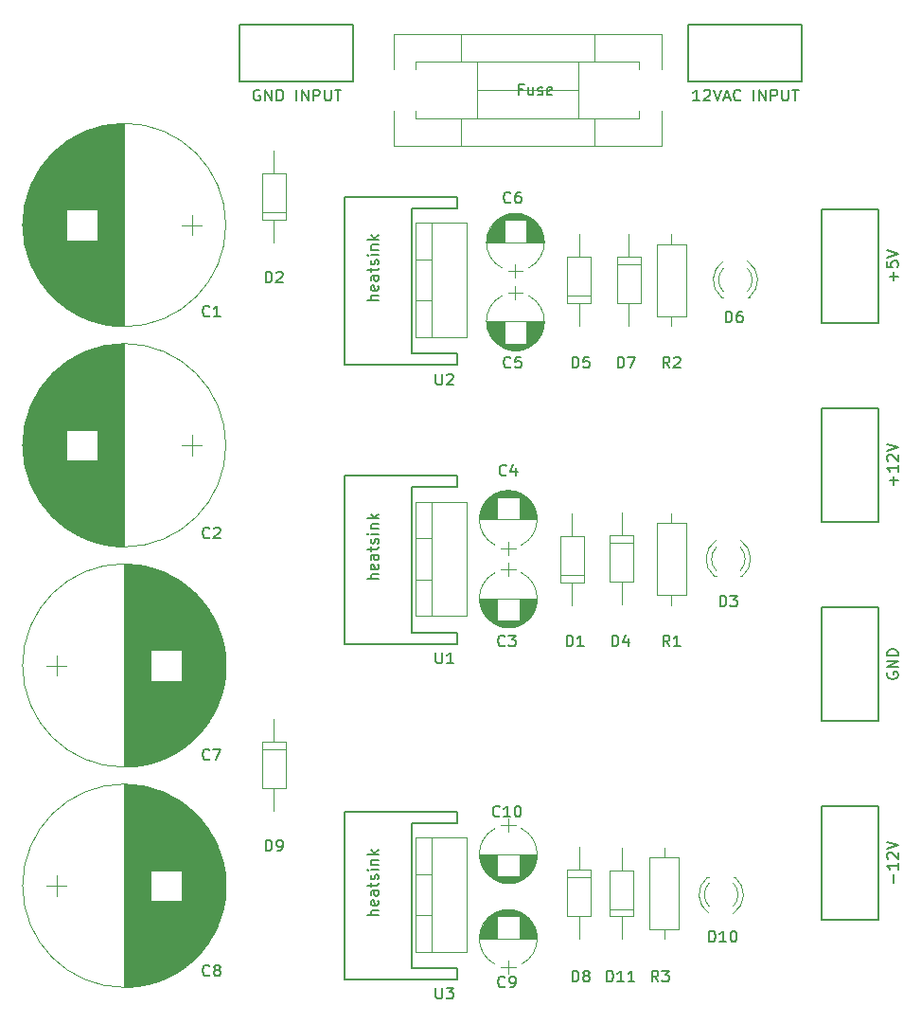
<source format=gbr>
G04 #@! TF.GenerationSoftware,KiCad,Pcbnew,(5.0.0)*
G04 #@! TF.CreationDate,2019-01-08T14:26:09-08:00*
G04 #@! TF.ProjectId,psu_board,7073755F626F6172642E6B696361645F,rev?*
G04 #@! TF.SameCoordinates,Original*
G04 #@! TF.FileFunction,Legend,Top*
G04 #@! TF.FilePolarity,Positive*
%FSLAX46Y46*%
G04 Gerber Fmt 4.6, Leading zero omitted, Abs format (unit mm)*
G04 Created by KiCad (PCBNEW (5.0.0)) date 01/08/19 14:26:09*
%MOMM*%
%LPD*%
G01*
G04 APERTURE LIST*
%ADD10C,0.150000*%
%ADD11C,0.120000*%
G04 APERTURE END LIST*
D10*
G04 #@! TO.C,heatsink*
X140810000Y-136935000D02*
X140810000Y-137935000D01*
X140810000Y-122935000D02*
X140810000Y-123935000D01*
X136810000Y-123935000D02*
X136810000Y-136935000D01*
X140810000Y-136935000D02*
X136810000Y-136935000D01*
X140810000Y-123935000D02*
X136810000Y-123935000D01*
X130810000Y-122935000D02*
X140810000Y-122935000D01*
X130810000Y-137935000D02*
X140810000Y-137935000D01*
X130810000Y-137935000D02*
X130810000Y-122935000D01*
X140810000Y-106917500D02*
X140810000Y-107917500D01*
X140810000Y-92917500D02*
X140810000Y-93917500D01*
X136810000Y-93917500D02*
X136810000Y-106917500D01*
X140810000Y-106917500D02*
X136810000Y-106917500D01*
X140810000Y-93917500D02*
X136810000Y-93917500D01*
X130810000Y-92917500D02*
X140810000Y-92917500D01*
X130810000Y-107917500D02*
X140810000Y-107917500D01*
X130810000Y-107917500D02*
X130810000Y-92917500D01*
X140810000Y-81980000D02*
X140810000Y-82980000D01*
X140810000Y-67980000D02*
X140810000Y-68980000D01*
X136810000Y-68980000D02*
X136810000Y-81980000D01*
X140810000Y-81980000D02*
X136810000Y-81980000D01*
X140810000Y-68980000D02*
X136810000Y-68980000D01*
X130810000Y-67980000D02*
X140810000Y-67980000D01*
X130810000Y-82980000D02*
X140810000Y-82980000D01*
X130810000Y-82980000D02*
X130810000Y-67980000D01*
D11*
G04 #@! TO.C,C2*
X117115000Y-91070000D02*
X117115000Y-89270000D01*
X118015000Y-90170000D02*
X116215000Y-90170000D01*
X101985000Y-90557000D02*
X101985000Y-89783000D01*
X102025000Y-91083000D02*
X102025000Y-89257000D01*
X102065000Y-91406000D02*
X102065000Y-88934000D01*
X102105000Y-91662000D02*
X102105000Y-88678000D01*
X102145000Y-91880000D02*
X102145000Y-88460000D01*
X102185000Y-92073000D02*
X102185000Y-88267000D01*
X102225000Y-92248000D02*
X102225000Y-88092000D01*
X102265000Y-92408000D02*
X102265000Y-87932000D01*
X102305000Y-92558000D02*
X102305000Y-87782000D01*
X102345000Y-92698000D02*
X102345000Y-87642000D01*
X102385000Y-92830000D02*
X102385000Y-87510000D01*
X102425000Y-92955000D02*
X102425000Y-87385000D01*
X102465000Y-93075000D02*
X102465000Y-87265000D01*
X102505000Y-93189000D02*
X102505000Y-87151000D01*
X102545000Y-93299000D02*
X102545000Y-87041000D01*
X102585000Y-93404000D02*
X102585000Y-86936000D01*
X102625000Y-93506000D02*
X102625000Y-86834000D01*
X102665000Y-93604000D02*
X102665000Y-86736000D01*
X102705000Y-93700000D02*
X102705000Y-86640000D01*
X102745000Y-93792000D02*
X102745000Y-86548000D01*
X102785000Y-93881000D02*
X102785000Y-86459000D01*
X102825000Y-93969000D02*
X102825000Y-86371000D01*
X102865000Y-94053000D02*
X102865000Y-86287000D01*
X102904000Y-94136000D02*
X102904000Y-86204000D01*
X102944000Y-94216000D02*
X102944000Y-86124000D01*
X102984000Y-94295000D02*
X102984000Y-86045000D01*
X103024000Y-94372000D02*
X103024000Y-85968000D01*
X103064000Y-94447000D02*
X103064000Y-85893000D01*
X103104000Y-94520000D02*
X103104000Y-85820000D01*
X103144000Y-94592000D02*
X103144000Y-85748000D01*
X103184000Y-94662000D02*
X103184000Y-85678000D01*
X103224000Y-94731000D02*
X103224000Y-85609000D01*
X103264000Y-94798000D02*
X103264000Y-85542000D01*
X103304000Y-94864000D02*
X103304000Y-85476000D01*
X103344000Y-94929000D02*
X103344000Y-85411000D01*
X103384000Y-94993000D02*
X103384000Y-85347000D01*
X103424000Y-95056000D02*
X103424000Y-85284000D01*
X103464000Y-95117000D02*
X103464000Y-85223000D01*
X103504000Y-95178000D02*
X103504000Y-85162000D01*
X103544000Y-95237000D02*
X103544000Y-85103000D01*
X103584000Y-95296000D02*
X103584000Y-85044000D01*
X103624000Y-95353000D02*
X103624000Y-84987000D01*
X103664000Y-95410000D02*
X103664000Y-84930000D01*
X103704000Y-95465000D02*
X103704000Y-84875000D01*
X103744000Y-95520000D02*
X103744000Y-84820000D01*
X103784000Y-95574000D02*
X103784000Y-84766000D01*
X103824000Y-95627000D02*
X103824000Y-84713000D01*
X103864000Y-95679000D02*
X103864000Y-84661000D01*
X103904000Y-95731000D02*
X103904000Y-84609000D01*
X103944000Y-95781000D02*
X103944000Y-84559000D01*
X103984000Y-95832000D02*
X103984000Y-84508000D01*
X104024000Y-95881000D02*
X104024000Y-84459000D01*
X104064000Y-95929000D02*
X104064000Y-84411000D01*
X104104000Y-95977000D02*
X104104000Y-84363000D01*
X104144000Y-96025000D02*
X104144000Y-84315000D01*
X104184000Y-96071000D02*
X104184000Y-84269000D01*
X104224000Y-96117000D02*
X104224000Y-84223000D01*
X104264000Y-96163000D02*
X104264000Y-84177000D01*
X104304000Y-96208000D02*
X104304000Y-84132000D01*
X104344000Y-96252000D02*
X104344000Y-84088000D01*
X104384000Y-96295000D02*
X104384000Y-84045000D01*
X104424000Y-96338000D02*
X104424000Y-84002000D01*
X104464000Y-96381000D02*
X104464000Y-83959000D01*
X104504000Y-96423000D02*
X104504000Y-83917000D01*
X104544000Y-96464000D02*
X104544000Y-83876000D01*
X104584000Y-96505000D02*
X104584000Y-83835000D01*
X104624000Y-96546000D02*
X104624000Y-83794000D01*
X104664000Y-96586000D02*
X104664000Y-83754000D01*
X104704000Y-96625000D02*
X104704000Y-83715000D01*
X104744000Y-96664000D02*
X104744000Y-83676000D01*
X104784000Y-96702000D02*
X104784000Y-83638000D01*
X104824000Y-96740000D02*
X104824000Y-83600000D01*
X104864000Y-96778000D02*
X104864000Y-83562000D01*
X104904000Y-96815000D02*
X104904000Y-83525000D01*
X104944000Y-96852000D02*
X104944000Y-83488000D01*
X104984000Y-96888000D02*
X104984000Y-83452000D01*
X105024000Y-96924000D02*
X105024000Y-83416000D01*
X105064000Y-96959000D02*
X105064000Y-83381000D01*
X105104000Y-96994000D02*
X105104000Y-83346000D01*
X105144000Y-97028000D02*
X105144000Y-83312000D01*
X105184000Y-97063000D02*
X105184000Y-83277000D01*
X105224000Y-97096000D02*
X105224000Y-83244000D01*
X105264000Y-97130000D02*
X105264000Y-83210000D01*
X105304000Y-97163000D02*
X105304000Y-83177000D01*
X105344000Y-97195000D02*
X105344000Y-83145000D01*
X105384000Y-97227000D02*
X105384000Y-83113000D01*
X105424000Y-97259000D02*
X105424000Y-83081000D01*
X105464000Y-97291000D02*
X105464000Y-83049000D01*
X105504000Y-97322000D02*
X105504000Y-83018000D01*
X105544000Y-97353000D02*
X105544000Y-82987000D01*
X105584000Y-97383000D02*
X105584000Y-82957000D01*
X105624000Y-97413000D02*
X105624000Y-82927000D01*
X105664000Y-97443000D02*
X105664000Y-82897000D01*
X105704000Y-97472000D02*
X105704000Y-82868000D01*
X105744000Y-97501000D02*
X105744000Y-82839000D01*
X105784000Y-97530000D02*
X105784000Y-82810000D01*
X105824000Y-97558000D02*
X105824000Y-82782000D01*
X105864000Y-97586000D02*
X105864000Y-82754000D01*
X105904000Y-97614000D02*
X105904000Y-82726000D01*
X105944000Y-88790000D02*
X105944000Y-82699000D01*
X105944000Y-97641000D02*
X105944000Y-91550000D01*
X105984000Y-88790000D02*
X105984000Y-82671000D01*
X105984000Y-97669000D02*
X105984000Y-91550000D01*
X106024000Y-88790000D02*
X106024000Y-82645000D01*
X106024000Y-97695000D02*
X106024000Y-91550000D01*
X106064000Y-88790000D02*
X106064000Y-82618000D01*
X106064000Y-97722000D02*
X106064000Y-91550000D01*
X106104000Y-88790000D02*
X106104000Y-82592000D01*
X106104000Y-97748000D02*
X106104000Y-91550000D01*
X106144000Y-88790000D02*
X106144000Y-82566000D01*
X106144000Y-97774000D02*
X106144000Y-91550000D01*
X106184000Y-88790000D02*
X106184000Y-82540000D01*
X106184000Y-97800000D02*
X106184000Y-91550000D01*
X106224000Y-88790000D02*
X106224000Y-82515000D01*
X106224000Y-97825000D02*
X106224000Y-91550000D01*
X106264000Y-88790000D02*
X106264000Y-82490000D01*
X106264000Y-97850000D02*
X106264000Y-91550000D01*
X106304000Y-88790000D02*
X106304000Y-82465000D01*
X106304000Y-97875000D02*
X106304000Y-91550000D01*
X106344000Y-88790000D02*
X106344000Y-82441000D01*
X106344000Y-97899000D02*
X106344000Y-91550000D01*
X106384000Y-88790000D02*
X106384000Y-82417000D01*
X106384000Y-97923000D02*
X106384000Y-91550000D01*
X106424000Y-88790000D02*
X106424000Y-82393000D01*
X106424000Y-97947000D02*
X106424000Y-91550000D01*
X106464000Y-88790000D02*
X106464000Y-82369000D01*
X106464000Y-97971000D02*
X106464000Y-91550000D01*
X106504000Y-88790000D02*
X106504000Y-82346000D01*
X106504000Y-97994000D02*
X106504000Y-91550000D01*
X106544000Y-88790000D02*
X106544000Y-82323000D01*
X106544000Y-98017000D02*
X106544000Y-91550000D01*
X106584000Y-88790000D02*
X106584000Y-82300000D01*
X106584000Y-98040000D02*
X106584000Y-91550000D01*
X106624000Y-88790000D02*
X106624000Y-82278000D01*
X106624000Y-98062000D02*
X106624000Y-91550000D01*
X106664000Y-88790000D02*
X106664000Y-82255000D01*
X106664000Y-98085000D02*
X106664000Y-91550000D01*
X106704000Y-88790000D02*
X106704000Y-82233000D01*
X106704000Y-98107000D02*
X106704000Y-91550000D01*
X106744000Y-88790000D02*
X106744000Y-82212000D01*
X106744000Y-98128000D02*
X106744000Y-91550000D01*
X106784000Y-88790000D02*
X106784000Y-82190000D01*
X106784000Y-98150000D02*
X106784000Y-91550000D01*
X106824000Y-88790000D02*
X106824000Y-82169000D01*
X106824000Y-98171000D02*
X106824000Y-91550000D01*
X106864000Y-88790000D02*
X106864000Y-82148000D01*
X106864000Y-98192000D02*
X106864000Y-91550000D01*
X106904000Y-88790000D02*
X106904000Y-82127000D01*
X106904000Y-98213000D02*
X106904000Y-91550000D01*
X106944000Y-88790000D02*
X106944000Y-82107000D01*
X106944000Y-98233000D02*
X106944000Y-91550000D01*
X106984000Y-88790000D02*
X106984000Y-82087000D01*
X106984000Y-98253000D02*
X106984000Y-91550000D01*
X107024000Y-88790000D02*
X107024000Y-82067000D01*
X107024000Y-98273000D02*
X107024000Y-91550000D01*
X107064000Y-88790000D02*
X107064000Y-82047000D01*
X107064000Y-98293000D02*
X107064000Y-91550000D01*
X107104000Y-88790000D02*
X107104000Y-82027000D01*
X107104000Y-98313000D02*
X107104000Y-91550000D01*
X107144000Y-88790000D02*
X107144000Y-82008000D01*
X107144000Y-98332000D02*
X107144000Y-91550000D01*
X107184000Y-88790000D02*
X107184000Y-81989000D01*
X107184000Y-98351000D02*
X107184000Y-91550000D01*
X107224000Y-88790000D02*
X107224000Y-81970000D01*
X107224000Y-98370000D02*
X107224000Y-91550000D01*
X107264000Y-88790000D02*
X107264000Y-81952000D01*
X107264000Y-98388000D02*
X107264000Y-91550000D01*
X107304000Y-88790000D02*
X107304000Y-81934000D01*
X107304000Y-98406000D02*
X107304000Y-91550000D01*
X107344000Y-88790000D02*
X107344000Y-81916000D01*
X107344000Y-98424000D02*
X107344000Y-91550000D01*
X107384000Y-88790000D02*
X107384000Y-81898000D01*
X107384000Y-98442000D02*
X107384000Y-91550000D01*
X107424000Y-88790000D02*
X107424000Y-81880000D01*
X107424000Y-98460000D02*
X107424000Y-91550000D01*
X107464000Y-88790000D02*
X107464000Y-81863000D01*
X107464000Y-98477000D02*
X107464000Y-91550000D01*
X107504000Y-88790000D02*
X107504000Y-81846000D01*
X107504000Y-98494000D02*
X107504000Y-91550000D01*
X107544000Y-88790000D02*
X107544000Y-81829000D01*
X107544000Y-98511000D02*
X107544000Y-91550000D01*
X107584000Y-88790000D02*
X107584000Y-81812000D01*
X107584000Y-98528000D02*
X107584000Y-91550000D01*
X107624000Y-88790000D02*
X107624000Y-81796000D01*
X107624000Y-98544000D02*
X107624000Y-91550000D01*
X107664000Y-88790000D02*
X107664000Y-81779000D01*
X107664000Y-98561000D02*
X107664000Y-91550000D01*
X107704000Y-88790000D02*
X107704000Y-81763000D01*
X107704000Y-98577000D02*
X107704000Y-91550000D01*
X107744000Y-88790000D02*
X107744000Y-81747000D01*
X107744000Y-98593000D02*
X107744000Y-91550000D01*
X107784000Y-88790000D02*
X107784000Y-81732000D01*
X107784000Y-98608000D02*
X107784000Y-91550000D01*
X107824000Y-88790000D02*
X107824000Y-81717000D01*
X107824000Y-98623000D02*
X107824000Y-91550000D01*
X107864000Y-88790000D02*
X107864000Y-81701000D01*
X107864000Y-98639000D02*
X107864000Y-91550000D01*
X107904000Y-88790000D02*
X107904000Y-81686000D01*
X107904000Y-98654000D02*
X107904000Y-91550000D01*
X107944000Y-88790000D02*
X107944000Y-81672000D01*
X107944000Y-98668000D02*
X107944000Y-91550000D01*
X107984000Y-88790000D02*
X107984000Y-81657000D01*
X107984000Y-98683000D02*
X107984000Y-91550000D01*
X108024000Y-88790000D02*
X108024000Y-81643000D01*
X108024000Y-98697000D02*
X108024000Y-91550000D01*
X108064000Y-88790000D02*
X108064000Y-81629000D01*
X108064000Y-98711000D02*
X108064000Y-91550000D01*
X108104000Y-88790000D02*
X108104000Y-81615000D01*
X108104000Y-98725000D02*
X108104000Y-91550000D01*
X108144000Y-88790000D02*
X108144000Y-81601000D01*
X108144000Y-98739000D02*
X108144000Y-91550000D01*
X108184000Y-88790000D02*
X108184000Y-81588000D01*
X108184000Y-98752000D02*
X108184000Y-91550000D01*
X108224000Y-88790000D02*
X108224000Y-81575000D01*
X108224000Y-98765000D02*
X108224000Y-91550000D01*
X108264000Y-88790000D02*
X108264000Y-81561000D01*
X108264000Y-98779000D02*
X108264000Y-91550000D01*
X108304000Y-88790000D02*
X108304000Y-81549000D01*
X108304000Y-98791000D02*
X108304000Y-91550000D01*
X108344000Y-88790000D02*
X108344000Y-81536000D01*
X108344000Y-98804000D02*
X108344000Y-91550000D01*
X108384000Y-88790000D02*
X108384000Y-81524000D01*
X108384000Y-98816000D02*
X108384000Y-91550000D01*
X108424000Y-88790000D02*
X108424000Y-81511000D01*
X108424000Y-98829000D02*
X108424000Y-91550000D01*
X108464000Y-88790000D02*
X108464000Y-81499000D01*
X108464000Y-98841000D02*
X108464000Y-91550000D01*
X108504000Y-88790000D02*
X108504000Y-81487000D01*
X108504000Y-98853000D02*
X108504000Y-91550000D01*
X108544000Y-88790000D02*
X108544000Y-81476000D01*
X108544000Y-98864000D02*
X108544000Y-91550000D01*
X108584000Y-88790000D02*
X108584000Y-81464000D01*
X108584000Y-98876000D02*
X108584000Y-91550000D01*
X108624000Y-88790000D02*
X108624000Y-81453000D01*
X108624000Y-98887000D02*
X108624000Y-91550000D01*
X108664000Y-88790000D02*
X108664000Y-81442000D01*
X108664000Y-98898000D02*
X108664000Y-91550000D01*
X108704000Y-98909000D02*
X108704000Y-81431000D01*
X108744000Y-98919000D02*
X108744000Y-81421000D01*
X108784000Y-98930000D02*
X108784000Y-81410000D01*
X108824000Y-98940000D02*
X108824000Y-81400000D01*
X108864000Y-98950000D02*
X108864000Y-81390000D01*
X108904000Y-98960000D02*
X108904000Y-81380000D01*
X108944000Y-98970000D02*
X108944000Y-81370000D01*
X108984000Y-98979000D02*
X108984000Y-81361000D01*
X109024000Y-98989000D02*
X109024000Y-81351000D01*
X109064000Y-98998000D02*
X109064000Y-81342000D01*
X109104000Y-99007000D02*
X109104000Y-81333000D01*
X109144000Y-99015000D02*
X109144000Y-81325000D01*
X109184000Y-99024000D02*
X109184000Y-81316000D01*
X109224000Y-99032000D02*
X109224000Y-81308000D01*
X109264000Y-99040000D02*
X109264000Y-81300000D01*
X109304000Y-99048000D02*
X109304000Y-81292000D01*
X109344000Y-99056000D02*
X109344000Y-81284000D01*
X109384000Y-99064000D02*
X109384000Y-81276000D01*
X109424000Y-99071000D02*
X109424000Y-81269000D01*
X109464000Y-99079000D02*
X109464000Y-81261000D01*
X109504000Y-99086000D02*
X109504000Y-81254000D01*
X109544000Y-99093000D02*
X109544000Y-81247000D01*
X109584000Y-99099000D02*
X109584000Y-81241000D01*
X109624000Y-99106000D02*
X109624000Y-81234000D01*
X109664000Y-99112000D02*
X109664000Y-81228000D01*
X109704000Y-99118000D02*
X109704000Y-81222000D01*
X109744000Y-99124000D02*
X109744000Y-81216000D01*
X109784000Y-99130000D02*
X109784000Y-81210000D01*
X109824000Y-99136000D02*
X109824000Y-81204000D01*
X109864000Y-99141000D02*
X109864000Y-81199000D01*
X109904000Y-99146000D02*
X109904000Y-81194000D01*
X109944000Y-99151000D02*
X109944000Y-81189000D01*
X109984000Y-99156000D02*
X109984000Y-81184000D01*
X110024000Y-99161000D02*
X110024000Y-81179000D01*
X110064000Y-99165000D02*
X110064000Y-81175000D01*
X110104000Y-99170000D02*
X110104000Y-81170000D01*
X110144000Y-99174000D02*
X110144000Y-81166000D01*
X110184000Y-99178000D02*
X110184000Y-81162000D01*
X110224000Y-99182000D02*
X110224000Y-81158000D01*
X110264000Y-99185000D02*
X110264000Y-81155000D01*
X110304000Y-99189000D02*
X110304000Y-81151000D01*
X110344000Y-99192000D02*
X110344000Y-81148000D01*
X110385000Y-99195000D02*
X110385000Y-81145000D01*
X110425000Y-99198000D02*
X110425000Y-81142000D01*
X110465000Y-99201000D02*
X110465000Y-81139000D01*
X110505000Y-99203000D02*
X110505000Y-81137000D01*
X110545000Y-99206000D02*
X110545000Y-81134000D01*
X110585000Y-99208000D02*
X110585000Y-81132000D01*
X110625000Y-99210000D02*
X110625000Y-81130000D01*
X110665000Y-99212000D02*
X110665000Y-81128000D01*
X110705000Y-99213000D02*
X110705000Y-81127000D01*
X110745000Y-99215000D02*
X110745000Y-81125000D01*
X110785000Y-99216000D02*
X110785000Y-81124000D01*
X110825000Y-99217000D02*
X110825000Y-81123000D01*
X110865000Y-99218000D02*
X110865000Y-81122000D01*
X110905000Y-99219000D02*
X110905000Y-81121000D01*
X110945000Y-99220000D02*
X110945000Y-81120000D01*
X110985000Y-99220000D02*
X110985000Y-81120000D01*
X111025000Y-99220000D02*
X111025000Y-81120000D01*
X111065000Y-99220000D02*
X111065000Y-81120000D01*
X120155000Y-90170000D02*
G75*
G03X120155000Y-90170000I-9090000J0D01*
G01*
G04 #@! TO.C,C7*
X120155000Y-109855000D02*
G75*
G03X120155000Y-109855000I-9090000J0D01*
G01*
X111065000Y-100805000D02*
X111065000Y-118905000D01*
X111105000Y-100805000D02*
X111105000Y-118905000D01*
X111145000Y-100805000D02*
X111145000Y-118905000D01*
X111185000Y-100805000D02*
X111185000Y-118905000D01*
X111225000Y-100806000D02*
X111225000Y-118904000D01*
X111265000Y-100807000D02*
X111265000Y-118903000D01*
X111305000Y-100808000D02*
X111305000Y-118902000D01*
X111345000Y-100809000D02*
X111345000Y-118901000D01*
X111385000Y-100810000D02*
X111385000Y-118900000D01*
X111425000Y-100812000D02*
X111425000Y-118898000D01*
X111465000Y-100813000D02*
X111465000Y-118897000D01*
X111505000Y-100815000D02*
X111505000Y-118895000D01*
X111545000Y-100817000D02*
X111545000Y-118893000D01*
X111585000Y-100819000D02*
X111585000Y-118891000D01*
X111625000Y-100822000D02*
X111625000Y-118888000D01*
X111665000Y-100824000D02*
X111665000Y-118886000D01*
X111705000Y-100827000D02*
X111705000Y-118883000D01*
X111745000Y-100830000D02*
X111745000Y-118880000D01*
X111786000Y-100833000D02*
X111786000Y-118877000D01*
X111826000Y-100836000D02*
X111826000Y-118874000D01*
X111866000Y-100840000D02*
X111866000Y-118870000D01*
X111906000Y-100843000D02*
X111906000Y-118867000D01*
X111946000Y-100847000D02*
X111946000Y-118863000D01*
X111986000Y-100851000D02*
X111986000Y-118859000D01*
X112026000Y-100855000D02*
X112026000Y-118855000D01*
X112066000Y-100860000D02*
X112066000Y-118850000D01*
X112106000Y-100864000D02*
X112106000Y-118846000D01*
X112146000Y-100869000D02*
X112146000Y-118841000D01*
X112186000Y-100874000D02*
X112186000Y-118836000D01*
X112226000Y-100879000D02*
X112226000Y-118831000D01*
X112266000Y-100884000D02*
X112266000Y-118826000D01*
X112306000Y-100889000D02*
X112306000Y-118821000D01*
X112346000Y-100895000D02*
X112346000Y-118815000D01*
X112386000Y-100901000D02*
X112386000Y-118809000D01*
X112426000Y-100907000D02*
X112426000Y-118803000D01*
X112466000Y-100913000D02*
X112466000Y-118797000D01*
X112506000Y-100919000D02*
X112506000Y-118791000D01*
X112546000Y-100926000D02*
X112546000Y-118784000D01*
X112586000Y-100932000D02*
X112586000Y-118778000D01*
X112626000Y-100939000D02*
X112626000Y-118771000D01*
X112666000Y-100946000D02*
X112666000Y-118764000D01*
X112706000Y-100954000D02*
X112706000Y-118756000D01*
X112746000Y-100961000D02*
X112746000Y-118749000D01*
X112786000Y-100969000D02*
X112786000Y-118741000D01*
X112826000Y-100977000D02*
X112826000Y-118733000D01*
X112866000Y-100985000D02*
X112866000Y-118725000D01*
X112906000Y-100993000D02*
X112906000Y-118717000D01*
X112946000Y-101001000D02*
X112946000Y-118709000D01*
X112986000Y-101010000D02*
X112986000Y-118700000D01*
X113026000Y-101018000D02*
X113026000Y-118692000D01*
X113066000Y-101027000D02*
X113066000Y-118683000D01*
X113106000Y-101036000D02*
X113106000Y-118674000D01*
X113146000Y-101046000D02*
X113146000Y-118664000D01*
X113186000Y-101055000D02*
X113186000Y-118655000D01*
X113226000Y-101065000D02*
X113226000Y-118645000D01*
X113266000Y-101075000D02*
X113266000Y-118635000D01*
X113306000Y-101085000D02*
X113306000Y-118625000D01*
X113346000Y-101095000D02*
X113346000Y-118615000D01*
X113386000Y-101106000D02*
X113386000Y-118604000D01*
X113426000Y-101116000D02*
X113426000Y-118594000D01*
X113466000Y-101127000D02*
X113466000Y-108475000D01*
X113466000Y-111235000D02*
X113466000Y-118583000D01*
X113506000Y-101138000D02*
X113506000Y-108475000D01*
X113506000Y-111235000D02*
X113506000Y-118572000D01*
X113546000Y-101149000D02*
X113546000Y-108475000D01*
X113546000Y-111235000D02*
X113546000Y-118561000D01*
X113586000Y-101161000D02*
X113586000Y-108475000D01*
X113586000Y-111235000D02*
X113586000Y-118549000D01*
X113626000Y-101172000D02*
X113626000Y-108475000D01*
X113626000Y-111235000D02*
X113626000Y-118538000D01*
X113666000Y-101184000D02*
X113666000Y-108475000D01*
X113666000Y-111235000D02*
X113666000Y-118526000D01*
X113706000Y-101196000D02*
X113706000Y-108475000D01*
X113706000Y-111235000D02*
X113706000Y-118514000D01*
X113746000Y-101209000D02*
X113746000Y-108475000D01*
X113746000Y-111235000D02*
X113746000Y-118501000D01*
X113786000Y-101221000D02*
X113786000Y-108475000D01*
X113786000Y-111235000D02*
X113786000Y-118489000D01*
X113826000Y-101234000D02*
X113826000Y-108475000D01*
X113826000Y-111235000D02*
X113826000Y-118476000D01*
X113866000Y-101246000D02*
X113866000Y-108475000D01*
X113866000Y-111235000D02*
X113866000Y-118464000D01*
X113906000Y-101260000D02*
X113906000Y-108475000D01*
X113906000Y-111235000D02*
X113906000Y-118450000D01*
X113946000Y-101273000D02*
X113946000Y-108475000D01*
X113946000Y-111235000D02*
X113946000Y-118437000D01*
X113986000Y-101286000D02*
X113986000Y-108475000D01*
X113986000Y-111235000D02*
X113986000Y-118424000D01*
X114026000Y-101300000D02*
X114026000Y-108475000D01*
X114026000Y-111235000D02*
X114026000Y-118410000D01*
X114066000Y-101314000D02*
X114066000Y-108475000D01*
X114066000Y-111235000D02*
X114066000Y-118396000D01*
X114106000Y-101328000D02*
X114106000Y-108475000D01*
X114106000Y-111235000D02*
X114106000Y-118382000D01*
X114146000Y-101342000D02*
X114146000Y-108475000D01*
X114146000Y-111235000D02*
X114146000Y-118368000D01*
X114186000Y-101357000D02*
X114186000Y-108475000D01*
X114186000Y-111235000D02*
X114186000Y-118353000D01*
X114226000Y-101371000D02*
X114226000Y-108475000D01*
X114226000Y-111235000D02*
X114226000Y-118339000D01*
X114266000Y-101386000D02*
X114266000Y-108475000D01*
X114266000Y-111235000D02*
X114266000Y-118324000D01*
X114306000Y-101402000D02*
X114306000Y-108475000D01*
X114306000Y-111235000D02*
X114306000Y-118308000D01*
X114346000Y-101417000D02*
X114346000Y-108475000D01*
X114346000Y-111235000D02*
X114346000Y-118293000D01*
X114386000Y-101432000D02*
X114386000Y-108475000D01*
X114386000Y-111235000D02*
X114386000Y-118278000D01*
X114426000Y-101448000D02*
X114426000Y-108475000D01*
X114426000Y-111235000D02*
X114426000Y-118262000D01*
X114466000Y-101464000D02*
X114466000Y-108475000D01*
X114466000Y-111235000D02*
X114466000Y-118246000D01*
X114506000Y-101481000D02*
X114506000Y-108475000D01*
X114506000Y-111235000D02*
X114506000Y-118229000D01*
X114546000Y-101497000D02*
X114546000Y-108475000D01*
X114546000Y-111235000D02*
X114546000Y-118213000D01*
X114586000Y-101514000D02*
X114586000Y-108475000D01*
X114586000Y-111235000D02*
X114586000Y-118196000D01*
X114626000Y-101531000D02*
X114626000Y-108475000D01*
X114626000Y-111235000D02*
X114626000Y-118179000D01*
X114666000Y-101548000D02*
X114666000Y-108475000D01*
X114666000Y-111235000D02*
X114666000Y-118162000D01*
X114706000Y-101565000D02*
X114706000Y-108475000D01*
X114706000Y-111235000D02*
X114706000Y-118145000D01*
X114746000Y-101583000D02*
X114746000Y-108475000D01*
X114746000Y-111235000D02*
X114746000Y-118127000D01*
X114786000Y-101601000D02*
X114786000Y-108475000D01*
X114786000Y-111235000D02*
X114786000Y-118109000D01*
X114826000Y-101619000D02*
X114826000Y-108475000D01*
X114826000Y-111235000D02*
X114826000Y-118091000D01*
X114866000Y-101637000D02*
X114866000Y-108475000D01*
X114866000Y-111235000D02*
X114866000Y-118073000D01*
X114906000Y-101655000D02*
X114906000Y-108475000D01*
X114906000Y-111235000D02*
X114906000Y-118055000D01*
X114946000Y-101674000D02*
X114946000Y-108475000D01*
X114946000Y-111235000D02*
X114946000Y-118036000D01*
X114986000Y-101693000D02*
X114986000Y-108475000D01*
X114986000Y-111235000D02*
X114986000Y-118017000D01*
X115026000Y-101712000D02*
X115026000Y-108475000D01*
X115026000Y-111235000D02*
X115026000Y-117998000D01*
X115066000Y-101732000D02*
X115066000Y-108475000D01*
X115066000Y-111235000D02*
X115066000Y-117978000D01*
X115106000Y-101752000D02*
X115106000Y-108475000D01*
X115106000Y-111235000D02*
X115106000Y-117958000D01*
X115146000Y-101772000D02*
X115146000Y-108475000D01*
X115146000Y-111235000D02*
X115146000Y-117938000D01*
X115186000Y-101792000D02*
X115186000Y-108475000D01*
X115186000Y-111235000D02*
X115186000Y-117918000D01*
X115226000Y-101812000D02*
X115226000Y-108475000D01*
X115226000Y-111235000D02*
X115226000Y-117898000D01*
X115266000Y-101833000D02*
X115266000Y-108475000D01*
X115266000Y-111235000D02*
X115266000Y-117877000D01*
X115306000Y-101854000D02*
X115306000Y-108475000D01*
X115306000Y-111235000D02*
X115306000Y-117856000D01*
X115346000Y-101875000D02*
X115346000Y-108475000D01*
X115346000Y-111235000D02*
X115346000Y-117835000D01*
X115386000Y-101897000D02*
X115386000Y-108475000D01*
X115386000Y-111235000D02*
X115386000Y-117813000D01*
X115426000Y-101918000D02*
X115426000Y-108475000D01*
X115426000Y-111235000D02*
X115426000Y-117792000D01*
X115466000Y-101940000D02*
X115466000Y-108475000D01*
X115466000Y-111235000D02*
X115466000Y-117770000D01*
X115506000Y-101963000D02*
X115506000Y-108475000D01*
X115506000Y-111235000D02*
X115506000Y-117747000D01*
X115546000Y-101985000D02*
X115546000Y-108475000D01*
X115546000Y-111235000D02*
X115546000Y-117725000D01*
X115586000Y-102008000D02*
X115586000Y-108475000D01*
X115586000Y-111235000D02*
X115586000Y-117702000D01*
X115626000Y-102031000D02*
X115626000Y-108475000D01*
X115626000Y-111235000D02*
X115626000Y-117679000D01*
X115666000Y-102054000D02*
X115666000Y-108475000D01*
X115666000Y-111235000D02*
X115666000Y-117656000D01*
X115706000Y-102078000D02*
X115706000Y-108475000D01*
X115706000Y-111235000D02*
X115706000Y-117632000D01*
X115746000Y-102102000D02*
X115746000Y-108475000D01*
X115746000Y-111235000D02*
X115746000Y-117608000D01*
X115786000Y-102126000D02*
X115786000Y-108475000D01*
X115786000Y-111235000D02*
X115786000Y-117584000D01*
X115826000Y-102150000D02*
X115826000Y-108475000D01*
X115826000Y-111235000D02*
X115826000Y-117560000D01*
X115866000Y-102175000D02*
X115866000Y-108475000D01*
X115866000Y-111235000D02*
X115866000Y-117535000D01*
X115906000Y-102200000D02*
X115906000Y-108475000D01*
X115906000Y-111235000D02*
X115906000Y-117510000D01*
X115946000Y-102225000D02*
X115946000Y-108475000D01*
X115946000Y-111235000D02*
X115946000Y-117485000D01*
X115986000Y-102251000D02*
X115986000Y-108475000D01*
X115986000Y-111235000D02*
X115986000Y-117459000D01*
X116026000Y-102277000D02*
X116026000Y-108475000D01*
X116026000Y-111235000D02*
X116026000Y-117433000D01*
X116066000Y-102303000D02*
X116066000Y-108475000D01*
X116066000Y-111235000D02*
X116066000Y-117407000D01*
X116106000Y-102330000D02*
X116106000Y-108475000D01*
X116106000Y-111235000D02*
X116106000Y-117380000D01*
X116146000Y-102356000D02*
X116146000Y-108475000D01*
X116146000Y-111235000D02*
X116146000Y-117354000D01*
X116186000Y-102384000D02*
X116186000Y-108475000D01*
X116186000Y-111235000D02*
X116186000Y-117326000D01*
X116226000Y-102411000D02*
X116226000Y-117299000D01*
X116266000Y-102439000D02*
X116266000Y-117271000D01*
X116306000Y-102467000D02*
X116306000Y-117243000D01*
X116346000Y-102495000D02*
X116346000Y-117215000D01*
X116386000Y-102524000D02*
X116386000Y-117186000D01*
X116426000Y-102553000D02*
X116426000Y-117157000D01*
X116466000Y-102582000D02*
X116466000Y-117128000D01*
X116506000Y-102612000D02*
X116506000Y-117098000D01*
X116546000Y-102642000D02*
X116546000Y-117068000D01*
X116586000Y-102672000D02*
X116586000Y-117038000D01*
X116626000Y-102703000D02*
X116626000Y-117007000D01*
X116666000Y-102734000D02*
X116666000Y-116976000D01*
X116706000Y-102766000D02*
X116706000Y-116944000D01*
X116746000Y-102798000D02*
X116746000Y-116912000D01*
X116786000Y-102830000D02*
X116786000Y-116880000D01*
X116826000Y-102862000D02*
X116826000Y-116848000D01*
X116866000Y-102895000D02*
X116866000Y-116815000D01*
X116906000Y-102929000D02*
X116906000Y-116781000D01*
X116946000Y-102962000D02*
X116946000Y-116748000D01*
X116986000Y-102997000D02*
X116986000Y-116713000D01*
X117026000Y-103031000D02*
X117026000Y-116679000D01*
X117066000Y-103066000D02*
X117066000Y-116644000D01*
X117106000Y-103101000D02*
X117106000Y-116609000D01*
X117146000Y-103137000D02*
X117146000Y-116573000D01*
X117186000Y-103173000D02*
X117186000Y-116537000D01*
X117226000Y-103210000D02*
X117226000Y-116500000D01*
X117266000Y-103247000D02*
X117266000Y-116463000D01*
X117306000Y-103285000D02*
X117306000Y-116425000D01*
X117346000Y-103323000D02*
X117346000Y-116387000D01*
X117386000Y-103361000D02*
X117386000Y-116349000D01*
X117426000Y-103400000D02*
X117426000Y-116310000D01*
X117466000Y-103439000D02*
X117466000Y-116271000D01*
X117506000Y-103479000D02*
X117506000Y-116231000D01*
X117546000Y-103520000D02*
X117546000Y-116190000D01*
X117586000Y-103561000D02*
X117586000Y-116149000D01*
X117626000Y-103602000D02*
X117626000Y-116108000D01*
X117666000Y-103644000D02*
X117666000Y-116066000D01*
X117706000Y-103687000D02*
X117706000Y-116023000D01*
X117746000Y-103730000D02*
X117746000Y-115980000D01*
X117786000Y-103773000D02*
X117786000Y-115937000D01*
X117826000Y-103817000D02*
X117826000Y-115893000D01*
X117866000Y-103862000D02*
X117866000Y-115848000D01*
X117906000Y-103908000D02*
X117906000Y-115802000D01*
X117946000Y-103954000D02*
X117946000Y-115756000D01*
X117986000Y-104000000D02*
X117986000Y-115710000D01*
X118026000Y-104048000D02*
X118026000Y-115662000D01*
X118066000Y-104096000D02*
X118066000Y-115614000D01*
X118106000Y-104144000D02*
X118106000Y-115566000D01*
X118146000Y-104193000D02*
X118146000Y-115517000D01*
X118186000Y-104244000D02*
X118186000Y-115466000D01*
X118226000Y-104294000D02*
X118226000Y-115416000D01*
X118266000Y-104346000D02*
X118266000Y-115364000D01*
X118306000Y-104398000D02*
X118306000Y-115312000D01*
X118346000Y-104451000D02*
X118346000Y-115259000D01*
X118386000Y-104505000D02*
X118386000Y-115205000D01*
X118426000Y-104560000D02*
X118426000Y-115150000D01*
X118466000Y-104615000D02*
X118466000Y-115095000D01*
X118506000Y-104672000D02*
X118506000Y-115038000D01*
X118546000Y-104729000D02*
X118546000Y-114981000D01*
X118586000Y-104788000D02*
X118586000Y-114922000D01*
X118626000Y-104847000D02*
X118626000Y-114863000D01*
X118666000Y-104908000D02*
X118666000Y-114802000D01*
X118706000Y-104969000D02*
X118706000Y-114741000D01*
X118746000Y-105032000D02*
X118746000Y-114678000D01*
X118786000Y-105096000D02*
X118786000Y-114614000D01*
X118826000Y-105161000D02*
X118826000Y-114549000D01*
X118866000Y-105227000D02*
X118866000Y-114483000D01*
X118906000Y-105294000D02*
X118906000Y-114416000D01*
X118946000Y-105363000D02*
X118946000Y-114347000D01*
X118986000Y-105433000D02*
X118986000Y-114277000D01*
X119026000Y-105505000D02*
X119026000Y-114205000D01*
X119066000Y-105578000D02*
X119066000Y-114132000D01*
X119106000Y-105653000D02*
X119106000Y-114057000D01*
X119146000Y-105730000D02*
X119146000Y-113980000D01*
X119186000Y-105809000D02*
X119186000Y-113901000D01*
X119226000Y-105889000D02*
X119226000Y-113821000D01*
X119265000Y-105972000D02*
X119265000Y-113738000D01*
X119305000Y-106056000D02*
X119305000Y-113654000D01*
X119345000Y-106144000D02*
X119345000Y-113566000D01*
X119385000Y-106233000D02*
X119385000Y-113477000D01*
X119425000Y-106325000D02*
X119425000Y-113385000D01*
X119465000Y-106421000D02*
X119465000Y-113289000D01*
X119505000Y-106519000D02*
X119505000Y-113191000D01*
X119545000Y-106621000D02*
X119545000Y-113089000D01*
X119585000Y-106726000D02*
X119585000Y-112984000D01*
X119625000Y-106836000D02*
X119625000Y-112874000D01*
X119665000Y-106950000D02*
X119665000Y-112760000D01*
X119705000Y-107070000D02*
X119705000Y-112640000D01*
X119745000Y-107195000D02*
X119745000Y-112515000D01*
X119785000Y-107327000D02*
X119785000Y-112383000D01*
X119825000Y-107467000D02*
X119825000Y-112243000D01*
X119865000Y-107617000D02*
X119865000Y-112093000D01*
X119905000Y-107777000D02*
X119905000Y-111933000D01*
X119945000Y-107952000D02*
X119945000Y-111758000D01*
X119985000Y-108145000D02*
X119985000Y-111565000D01*
X120025000Y-108363000D02*
X120025000Y-111347000D01*
X120065000Y-108619000D02*
X120065000Y-111091000D01*
X120105000Y-108942000D02*
X120105000Y-110768000D01*
X120145000Y-109468000D02*
X120145000Y-110242000D01*
X104115000Y-109855000D02*
X105915000Y-109855000D01*
X105015000Y-108955000D02*
X105015000Y-110755000D01*
G04 #@! TO.C,C8*
X105015000Y-128640000D02*
X105015000Y-130440000D01*
X104115000Y-129540000D02*
X105915000Y-129540000D01*
X120145000Y-129153000D02*
X120145000Y-129927000D01*
X120105000Y-128627000D02*
X120105000Y-130453000D01*
X120065000Y-128304000D02*
X120065000Y-130776000D01*
X120025000Y-128048000D02*
X120025000Y-131032000D01*
X119985000Y-127830000D02*
X119985000Y-131250000D01*
X119945000Y-127637000D02*
X119945000Y-131443000D01*
X119905000Y-127462000D02*
X119905000Y-131618000D01*
X119865000Y-127302000D02*
X119865000Y-131778000D01*
X119825000Y-127152000D02*
X119825000Y-131928000D01*
X119785000Y-127012000D02*
X119785000Y-132068000D01*
X119745000Y-126880000D02*
X119745000Y-132200000D01*
X119705000Y-126755000D02*
X119705000Y-132325000D01*
X119665000Y-126635000D02*
X119665000Y-132445000D01*
X119625000Y-126521000D02*
X119625000Y-132559000D01*
X119585000Y-126411000D02*
X119585000Y-132669000D01*
X119545000Y-126306000D02*
X119545000Y-132774000D01*
X119505000Y-126204000D02*
X119505000Y-132876000D01*
X119465000Y-126106000D02*
X119465000Y-132974000D01*
X119425000Y-126010000D02*
X119425000Y-133070000D01*
X119385000Y-125918000D02*
X119385000Y-133162000D01*
X119345000Y-125829000D02*
X119345000Y-133251000D01*
X119305000Y-125741000D02*
X119305000Y-133339000D01*
X119265000Y-125657000D02*
X119265000Y-133423000D01*
X119226000Y-125574000D02*
X119226000Y-133506000D01*
X119186000Y-125494000D02*
X119186000Y-133586000D01*
X119146000Y-125415000D02*
X119146000Y-133665000D01*
X119106000Y-125338000D02*
X119106000Y-133742000D01*
X119066000Y-125263000D02*
X119066000Y-133817000D01*
X119026000Y-125190000D02*
X119026000Y-133890000D01*
X118986000Y-125118000D02*
X118986000Y-133962000D01*
X118946000Y-125048000D02*
X118946000Y-134032000D01*
X118906000Y-124979000D02*
X118906000Y-134101000D01*
X118866000Y-124912000D02*
X118866000Y-134168000D01*
X118826000Y-124846000D02*
X118826000Y-134234000D01*
X118786000Y-124781000D02*
X118786000Y-134299000D01*
X118746000Y-124717000D02*
X118746000Y-134363000D01*
X118706000Y-124654000D02*
X118706000Y-134426000D01*
X118666000Y-124593000D02*
X118666000Y-134487000D01*
X118626000Y-124532000D02*
X118626000Y-134548000D01*
X118586000Y-124473000D02*
X118586000Y-134607000D01*
X118546000Y-124414000D02*
X118546000Y-134666000D01*
X118506000Y-124357000D02*
X118506000Y-134723000D01*
X118466000Y-124300000D02*
X118466000Y-134780000D01*
X118426000Y-124245000D02*
X118426000Y-134835000D01*
X118386000Y-124190000D02*
X118386000Y-134890000D01*
X118346000Y-124136000D02*
X118346000Y-134944000D01*
X118306000Y-124083000D02*
X118306000Y-134997000D01*
X118266000Y-124031000D02*
X118266000Y-135049000D01*
X118226000Y-123979000D02*
X118226000Y-135101000D01*
X118186000Y-123929000D02*
X118186000Y-135151000D01*
X118146000Y-123878000D02*
X118146000Y-135202000D01*
X118106000Y-123829000D02*
X118106000Y-135251000D01*
X118066000Y-123781000D02*
X118066000Y-135299000D01*
X118026000Y-123733000D02*
X118026000Y-135347000D01*
X117986000Y-123685000D02*
X117986000Y-135395000D01*
X117946000Y-123639000D02*
X117946000Y-135441000D01*
X117906000Y-123593000D02*
X117906000Y-135487000D01*
X117866000Y-123547000D02*
X117866000Y-135533000D01*
X117826000Y-123502000D02*
X117826000Y-135578000D01*
X117786000Y-123458000D02*
X117786000Y-135622000D01*
X117746000Y-123415000D02*
X117746000Y-135665000D01*
X117706000Y-123372000D02*
X117706000Y-135708000D01*
X117666000Y-123329000D02*
X117666000Y-135751000D01*
X117626000Y-123287000D02*
X117626000Y-135793000D01*
X117586000Y-123246000D02*
X117586000Y-135834000D01*
X117546000Y-123205000D02*
X117546000Y-135875000D01*
X117506000Y-123164000D02*
X117506000Y-135916000D01*
X117466000Y-123124000D02*
X117466000Y-135956000D01*
X117426000Y-123085000D02*
X117426000Y-135995000D01*
X117386000Y-123046000D02*
X117386000Y-136034000D01*
X117346000Y-123008000D02*
X117346000Y-136072000D01*
X117306000Y-122970000D02*
X117306000Y-136110000D01*
X117266000Y-122932000D02*
X117266000Y-136148000D01*
X117226000Y-122895000D02*
X117226000Y-136185000D01*
X117186000Y-122858000D02*
X117186000Y-136222000D01*
X117146000Y-122822000D02*
X117146000Y-136258000D01*
X117106000Y-122786000D02*
X117106000Y-136294000D01*
X117066000Y-122751000D02*
X117066000Y-136329000D01*
X117026000Y-122716000D02*
X117026000Y-136364000D01*
X116986000Y-122682000D02*
X116986000Y-136398000D01*
X116946000Y-122647000D02*
X116946000Y-136433000D01*
X116906000Y-122614000D02*
X116906000Y-136466000D01*
X116866000Y-122580000D02*
X116866000Y-136500000D01*
X116826000Y-122547000D02*
X116826000Y-136533000D01*
X116786000Y-122515000D02*
X116786000Y-136565000D01*
X116746000Y-122483000D02*
X116746000Y-136597000D01*
X116706000Y-122451000D02*
X116706000Y-136629000D01*
X116666000Y-122419000D02*
X116666000Y-136661000D01*
X116626000Y-122388000D02*
X116626000Y-136692000D01*
X116586000Y-122357000D02*
X116586000Y-136723000D01*
X116546000Y-122327000D02*
X116546000Y-136753000D01*
X116506000Y-122297000D02*
X116506000Y-136783000D01*
X116466000Y-122267000D02*
X116466000Y-136813000D01*
X116426000Y-122238000D02*
X116426000Y-136842000D01*
X116386000Y-122209000D02*
X116386000Y-136871000D01*
X116346000Y-122180000D02*
X116346000Y-136900000D01*
X116306000Y-122152000D02*
X116306000Y-136928000D01*
X116266000Y-122124000D02*
X116266000Y-136956000D01*
X116226000Y-122096000D02*
X116226000Y-136984000D01*
X116186000Y-130920000D02*
X116186000Y-137011000D01*
X116186000Y-122069000D02*
X116186000Y-128160000D01*
X116146000Y-130920000D02*
X116146000Y-137039000D01*
X116146000Y-122041000D02*
X116146000Y-128160000D01*
X116106000Y-130920000D02*
X116106000Y-137065000D01*
X116106000Y-122015000D02*
X116106000Y-128160000D01*
X116066000Y-130920000D02*
X116066000Y-137092000D01*
X116066000Y-121988000D02*
X116066000Y-128160000D01*
X116026000Y-130920000D02*
X116026000Y-137118000D01*
X116026000Y-121962000D02*
X116026000Y-128160000D01*
X115986000Y-130920000D02*
X115986000Y-137144000D01*
X115986000Y-121936000D02*
X115986000Y-128160000D01*
X115946000Y-130920000D02*
X115946000Y-137170000D01*
X115946000Y-121910000D02*
X115946000Y-128160000D01*
X115906000Y-130920000D02*
X115906000Y-137195000D01*
X115906000Y-121885000D02*
X115906000Y-128160000D01*
X115866000Y-130920000D02*
X115866000Y-137220000D01*
X115866000Y-121860000D02*
X115866000Y-128160000D01*
X115826000Y-130920000D02*
X115826000Y-137245000D01*
X115826000Y-121835000D02*
X115826000Y-128160000D01*
X115786000Y-130920000D02*
X115786000Y-137269000D01*
X115786000Y-121811000D02*
X115786000Y-128160000D01*
X115746000Y-130920000D02*
X115746000Y-137293000D01*
X115746000Y-121787000D02*
X115746000Y-128160000D01*
X115706000Y-130920000D02*
X115706000Y-137317000D01*
X115706000Y-121763000D02*
X115706000Y-128160000D01*
X115666000Y-130920000D02*
X115666000Y-137341000D01*
X115666000Y-121739000D02*
X115666000Y-128160000D01*
X115626000Y-130920000D02*
X115626000Y-137364000D01*
X115626000Y-121716000D02*
X115626000Y-128160000D01*
X115586000Y-130920000D02*
X115586000Y-137387000D01*
X115586000Y-121693000D02*
X115586000Y-128160000D01*
X115546000Y-130920000D02*
X115546000Y-137410000D01*
X115546000Y-121670000D02*
X115546000Y-128160000D01*
X115506000Y-130920000D02*
X115506000Y-137432000D01*
X115506000Y-121648000D02*
X115506000Y-128160000D01*
X115466000Y-130920000D02*
X115466000Y-137455000D01*
X115466000Y-121625000D02*
X115466000Y-128160000D01*
X115426000Y-130920000D02*
X115426000Y-137477000D01*
X115426000Y-121603000D02*
X115426000Y-128160000D01*
X115386000Y-130920000D02*
X115386000Y-137498000D01*
X115386000Y-121582000D02*
X115386000Y-128160000D01*
X115346000Y-130920000D02*
X115346000Y-137520000D01*
X115346000Y-121560000D02*
X115346000Y-128160000D01*
X115306000Y-130920000D02*
X115306000Y-137541000D01*
X115306000Y-121539000D02*
X115306000Y-128160000D01*
X115266000Y-130920000D02*
X115266000Y-137562000D01*
X115266000Y-121518000D02*
X115266000Y-128160000D01*
X115226000Y-130920000D02*
X115226000Y-137583000D01*
X115226000Y-121497000D02*
X115226000Y-128160000D01*
X115186000Y-130920000D02*
X115186000Y-137603000D01*
X115186000Y-121477000D02*
X115186000Y-128160000D01*
X115146000Y-130920000D02*
X115146000Y-137623000D01*
X115146000Y-121457000D02*
X115146000Y-128160000D01*
X115106000Y-130920000D02*
X115106000Y-137643000D01*
X115106000Y-121437000D02*
X115106000Y-128160000D01*
X115066000Y-130920000D02*
X115066000Y-137663000D01*
X115066000Y-121417000D02*
X115066000Y-128160000D01*
X115026000Y-130920000D02*
X115026000Y-137683000D01*
X115026000Y-121397000D02*
X115026000Y-128160000D01*
X114986000Y-130920000D02*
X114986000Y-137702000D01*
X114986000Y-121378000D02*
X114986000Y-128160000D01*
X114946000Y-130920000D02*
X114946000Y-137721000D01*
X114946000Y-121359000D02*
X114946000Y-128160000D01*
X114906000Y-130920000D02*
X114906000Y-137740000D01*
X114906000Y-121340000D02*
X114906000Y-128160000D01*
X114866000Y-130920000D02*
X114866000Y-137758000D01*
X114866000Y-121322000D02*
X114866000Y-128160000D01*
X114826000Y-130920000D02*
X114826000Y-137776000D01*
X114826000Y-121304000D02*
X114826000Y-128160000D01*
X114786000Y-130920000D02*
X114786000Y-137794000D01*
X114786000Y-121286000D02*
X114786000Y-128160000D01*
X114746000Y-130920000D02*
X114746000Y-137812000D01*
X114746000Y-121268000D02*
X114746000Y-128160000D01*
X114706000Y-130920000D02*
X114706000Y-137830000D01*
X114706000Y-121250000D02*
X114706000Y-128160000D01*
X114666000Y-130920000D02*
X114666000Y-137847000D01*
X114666000Y-121233000D02*
X114666000Y-128160000D01*
X114626000Y-130920000D02*
X114626000Y-137864000D01*
X114626000Y-121216000D02*
X114626000Y-128160000D01*
X114586000Y-130920000D02*
X114586000Y-137881000D01*
X114586000Y-121199000D02*
X114586000Y-128160000D01*
X114546000Y-130920000D02*
X114546000Y-137898000D01*
X114546000Y-121182000D02*
X114546000Y-128160000D01*
X114506000Y-130920000D02*
X114506000Y-137914000D01*
X114506000Y-121166000D02*
X114506000Y-128160000D01*
X114466000Y-130920000D02*
X114466000Y-137931000D01*
X114466000Y-121149000D02*
X114466000Y-128160000D01*
X114426000Y-130920000D02*
X114426000Y-137947000D01*
X114426000Y-121133000D02*
X114426000Y-128160000D01*
X114386000Y-130920000D02*
X114386000Y-137963000D01*
X114386000Y-121117000D02*
X114386000Y-128160000D01*
X114346000Y-130920000D02*
X114346000Y-137978000D01*
X114346000Y-121102000D02*
X114346000Y-128160000D01*
X114306000Y-130920000D02*
X114306000Y-137993000D01*
X114306000Y-121087000D02*
X114306000Y-128160000D01*
X114266000Y-130920000D02*
X114266000Y-138009000D01*
X114266000Y-121071000D02*
X114266000Y-128160000D01*
X114226000Y-130920000D02*
X114226000Y-138024000D01*
X114226000Y-121056000D02*
X114226000Y-128160000D01*
X114186000Y-130920000D02*
X114186000Y-138038000D01*
X114186000Y-121042000D02*
X114186000Y-128160000D01*
X114146000Y-130920000D02*
X114146000Y-138053000D01*
X114146000Y-121027000D02*
X114146000Y-128160000D01*
X114106000Y-130920000D02*
X114106000Y-138067000D01*
X114106000Y-121013000D02*
X114106000Y-128160000D01*
X114066000Y-130920000D02*
X114066000Y-138081000D01*
X114066000Y-120999000D02*
X114066000Y-128160000D01*
X114026000Y-130920000D02*
X114026000Y-138095000D01*
X114026000Y-120985000D02*
X114026000Y-128160000D01*
X113986000Y-130920000D02*
X113986000Y-138109000D01*
X113986000Y-120971000D02*
X113986000Y-128160000D01*
X113946000Y-130920000D02*
X113946000Y-138122000D01*
X113946000Y-120958000D02*
X113946000Y-128160000D01*
X113906000Y-130920000D02*
X113906000Y-138135000D01*
X113906000Y-120945000D02*
X113906000Y-128160000D01*
X113866000Y-130920000D02*
X113866000Y-138149000D01*
X113866000Y-120931000D02*
X113866000Y-128160000D01*
X113826000Y-130920000D02*
X113826000Y-138161000D01*
X113826000Y-120919000D02*
X113826000Y-128160000D01*
X113786000Y-130920000D02*
X113786000Y-138174000D01*
X113786000Y-120906000D02*
X113786000Y-128160000D01*
X113746000Y-130920000D02*
X113746000Y-138186000D01*
X113746000Y-120894000D02*
X113746000Y-128160000D01*
X113706000Y-130920000D02*
X113706000Y-138199000D01*
X113706000Y-120881000D02*
X113706000Y-128160000D01*
X113666000Y-130920000D02*
X113666000Y-138211000D01*
X113666000Y-120869000D02*
X113666000Y-128160000D01*
X113626000Y-130920000D02*
X113626000Y-138223000D01*
X113626000Y-120857000D02*
X113626000Y-128160000D01*
X113586000Y-130920000D02*
X113586000Y-138234000D01*
X113586000Y-120846000D02*
X113586000Y-128160000D01*
X113546000Y-130920000D02*
X113546000Y-138246000D01*
X113546000Y-120834000D02*
X113546000Y-128160000D01*
X113506000Y-130920000D02*
X113506000Y-138257000D01*
X113506000Y-120823000D02*
X113506000Y-128160000D01*
X113466000Y-130920000D02*
X113466000Y-138268000D01*
X113466000Y-120812000D02*
X113466000Y-128160000D01*
X113426000Y-120801000D02*
X113426000Y-138279000D01*
X113386000Y-120791000D02*
X113386000Y-138289000D01*
X113346000Y-120780000D02*
X113346000Y-138300000D01*
X113306000Y-120770000D02*
X113306000Y-138310000D01*
X113266000Y-120760000D02*
X113266000Y-138320000D01*
X113226000Y-120750000D02*
X113226000Y-138330000D01*
X113186000Y-120740000D02*
X113186000Y-138340000D01*
X113146000Y-120731000D02*
X113146000Y-138349000D01*
X113106000Y-120721000D02*
X113106000Y-138359000D01*
X113066000Y-120712000D02*
X113066000Y-138368000D01*
X113026000Y-120703000D02*
X113026000Y-138377000D01*
X112986000Y-120695000D02*
X112986000Y-138385000D01*
X112946000Y-120686000D02*
X112946000Y-138394000D01*
X112906000Y-120678000D02*
X112906000Y-138402000D01*
X112866000Y-120670000D02*
X112866000Y-138410000D01*
X112826000Y-120662000D02*
X112826000Y-138418000D01*
X112786000Y-120654000D02*
X112786000Y-138426000D01*
X112746000Y-120646000D02*
X112746000Y-138434000D01*
X112706000Y-120639000D02*
X112706000Y-138441000D01*
X112666000Y-120631000D02*
X112666000Y-138449000D01*
X112626000Y-120624000D02*
X112626000Y-138456000D01*
X112586000Y-120617000D02*
X112586000Y-138463000D01*
X112546000Y-120611000D02*
X112546000Y-138469000D01*
X112506000Y-120604000D02*
X112506000Y-138476000D01*
X112466000Y-120598000D02*
X112466000Y-138482000D01*
X112426000Y-120592000D02*
X112426000Y-138488000D01*
X112386000Y-120586000D02*
X112386000Y-138494000D01*
X112346000Y-120580000D02*
X112346000Y-138500000D01*
X112306000Y-120574000D02*
X112306000Y-138506000D01*
X112266000Y-120569000D02*
X112266000Y-138511000D01*
X112226000Y-120564000D02*
X112226000Y-138516000D01*
X112186000Y-120559000D02*
X112186000Y-138521000D01*
X112146000Y-120554000D02*
X112146000Y-138526000D01*
X112106000Y-120549000D02*
X112106000Y-138531000D01*
X112066000Y-120545000D02*
X112066000Y-138535000D01*
X112026000Y-120540000D02*
X112026000Y-138540000D01*
X111986000Y-120536000D02*
X111986000Y-138544000D01*
X111946000Y-120532000D02*
X111946000Y-138548000D01*
X111906000Y-120528000D02*
X111906000Y-138552000D01*
X111866000Y-120525000D02*
X111866000Y-138555000D01*
X111826000Y-120521000D02*
X111826000Y-138559000D01*
X111786000Y-120518000D02*
X111786000Y-138562000D01*
X111745000Y-120515000D02*
X111745000Y-138565000D01*
X111705000Y-120512000D02*
X111705000Y-138568000D01*
X111665000Y-120509000D02*
X111665000Y-138571000D01*
X111625000Y-120507000D02*
X111625000Y-138573000D01*
X111585000Y-120504000D02*
X111585000Y-138576000D01*
X111545000Y-120502000D02*
X111545000Y-138578000D01*
X111505000Y-120500000D02*
X111505000Y-138580000D01*
X111465000Y-120498000D02*
X111465000Y-138582000D01*
X111425000Y-120497000D02*
X111425000Y-138583000D01*
X111385000Y-120495000D02*
X111385000Y-138585000D01*
X111345000Y-120494000D02*
X111345000Y-138586000D01*
X111305000Y-120493000D02*
X111305000Y-138587000D01*
X111265000Y-120492000D02*
X111265000Y-138588000D01*
X111225000Y-120491000D02*
X111225000Y-138589000D01*
X111185000Y-120490000D02*
X111185000Y-138590000D01*
X111145000Y-120490000D02*
X111145000Y-138590000D01*
X111105000Y-120490000D02*
X111105000Y-138590000D01*
X111065000Y-120490000D02*
X111065000Y-138590000D01*
X120155000Y-129540000D02*
G75*
G03X120155000Y-129540000I-9090000J0D01*
G01*
G04 #@! TO.C,C6*
X145400000Y-74625000D02*
X146700000Y-74625000D01*
X146050000Y-75225000D02*
X146050000Y-74025000D01*
X145696000Y-69464000D02*
X146404000Y-69464000D01*
X145491000Y-69504000D02*
X146609000Y-69504000D01*
X145343000Y-69544000D02*
X146757000Y-69544000D01*
X145221000Y-69584000D02*
X146879000Y-69584000D01*
X145116000Y-69624000D02*
X146984000Y-69624000D01*
X145022000Y-69664000D02*
X147078000Y-69664000D01*
X144938000Y-69704000D02*
X147162000Y-69704000D01*
X144861000Y-69744000D02*
X147239000Y-69744000D01*
X144789000Y-69784000D02*
X147311000Y-69784000D01*
X144723000Y-69824000D02*
X147377000Y-69824000D01*
X144660000Y-69864000D02*
X147440000Y-69864000D01*
X144602000Y-69904000D02*
X147498000Y-69904000D01*
X144546000Y-69944000D02*
X147554000Y-69944000D01*
X144494000Y-69984000D02*
X147606000Y-69984000D01*
X144444000Y-70024000D02*
X147656000Y-70024000D01*
X147030000Y-70064000D02*
X147704000Y-70064000D01*
X144396000Y-70064000D02*
X145070000Y-70064000D01*
X147030000Y-70104000D02*
X147749000Y-70104000D01*
X144351000Y-70104000D02*
X145070000Y-70104000D01*
X147030000Y-70144000D02*
X147792000Y-70144000D01*
X144308000Y-70144000D02*
X145070000Y-70144000D01*
X147030000Y-70184000D02*
X147833000Y-70184000D01*
X144267000Y-70184000D02*
X145070000Y-70184000D01*
X147030000Y-70224000D02*
X147873000Y-70224000D01*
X144227000Y-70224000D02*
X145070000Y-70224000D01*
X147030000Y-70264000D02*
X147911000Y-70264000D01*
X144189000Y-70264000D02*
X145070000Y-70264000D01*
X147030000Y-70304000D02*
X147947000Y-70304000D01*
X144153000Y-70304000D02*
X145070000Y-70304000D01*
X147030000Y-70344000D02*
X147982000Y-70344000D01*
X144118000Y-70344000D02*
X145070000Y-70344000D01*
X147030000Y-70384000D02*
X148015000Y-70384000D01*
X144085000Y-70384000D02*
X145070000Y-70384000D01*
X147030000Y-70424000D02*
X148047000Y-70424000D01*
X144053000Y-70424000D02*
X145070000Y-70424000D01*
X147030000Y-70464000D02*
X148078000Y-70464000D01*
X144022000Y-70464000D02*
X145070000Y-70464000D01*
X147030000Y-70504000D02*
X148108000Y-70504000D01*
X143992000Y-70504000D02*
X145070000Y-70504000D01*
X147030000Y-70544000D02*
X148136000Y-70544000D01*
X143964000Y-70544000D02*
X145070000Y-70544000D01*
X147030000Y-70584000D02*
X148163000Y-70584000D01*
X143937000Y-70584000D02*
X145070000Y-70584000D01*
X147030000Y-70624000D02*
X148190000Y-70624000D01*
X143910000Y-70624000D02*
X145070000Y-70624000D01*
X147030000Y-70664000D02*
X148215000Y-70664000D01*
X143885000Y-70664000D02*
X145070000Y-70664000D01*
X147030000Y-70704000D02*
X148239000Y-70704000D01*
X143861000Y-70704000D02*
X145070000Y-70704000D01*
X147030000Y-70744000D02*
X148262000Y-70744000D01*
X143838000Y-70744000D02*
X145070000Y-70744000D01*
X147030000Y-70784000D02*
X148284000Y-70784000D01*
X143816000Y-70784000D02*
X145070000Y-70784000D01*
X147030000Y-70824000D02*
X148306000Y-70824000D01*
X143794000Y-70824000D02*
X145070000Y-70824000D01*
X147030000Y-70864000D02*
X148326000Y-70864000D01*
X143774000Y-70864000D02*
X145070000Y-70864000D01*
X147030000Y-70904000D02*
X148346000Y-70904000D01*
X143754000Y-70904000D02*
X145070000Y-70904000D01*
X147030000Y-70944000D02*
X148365000Y-70944000D01*
X143735000Y-70944000D02*
X145070000Y-70944000D01*
X147030000Y-70984000D02*
X148383000Y-70984000D01*
X143717000Y-70984000D02*
X145070000Y-70984000D01*
X147030000Y-71024000D02*
X148400000Y-71024000D01*
X143700000Y-71024000D02*
X145070000Y-71024000D01*
X147030000Y-71064000D02*
X148416000Y-71064000D01*
X143684000Y-71064000D02*
X145070000Y-71064000D01*
X147030000Y-71104000D02*
X148432000Y-71104000D01*
X143668000Y-71104000D02*
X145070000Y-71104000D01*
X147030000Y-71144000D02*
X148446000Y-71144000D01*
X143654000Y-71144000D02*
X145070000Y-71144000D01*
X147030000Y-71184000D02*
X148460000Y-71184000D01*
X143640000Y-71184000D02*
X145070000Y-71184000D01*
X147030000Y-71224000D02*
X148474000Y-71224000D01*
X143626000Y-71224000D02*
X145070000Y-71224000D01*
X147030000Y-71264000D02*
X148486000Y-71264000D01*
X143614000Y-71264000D02*
X145070000Y-71264000D01*
X147030000Y-71304000D02*
X148498000Y-71304000D01*
X143602000Y-71304000D02*
X145070000Y-71304000D01*
X147030000Y-71345000D02*
X148510000Y-71345000D01*
X143590000Y-71345000D02*
X145070000Y-71345000D01*
X147030000Y-71385000D02*
X148520000Y-71385000D01*
X143580000Y-71385000D02*
X145070000Y-71385000D01*
X147030000Y-71425000D02*
X148530000Y-71425000D01*
X143570000Y-71425000D02*
X145070000Y-71425000D01*
X147030000Y-71465000D02*
X148539000Y-71465000D01*
X143561000Y-71465000D02*
X145070000Y-71465000D01*
X147030000Y-71505000D02*
X148548000Y-71505000D01*
X143552000Y-71505000D02*
X145070000Y-71505000D01*
X147030000Y-71545000D02*
X148556000Y-71545000D01*
X143544000Y-71545000D02*
X145070000Y-71545000D01*
X147030000Y-71585000D02*
X148563000Y-71585000D01*
X143537000Y-71585000D02*
X145070000Y-71585000D01*
X147030000Y-71625000D02*
X148569000Y-71625000D01*
X143531000Y-71625000D02*
X145070000Y-71625000D01*
X147030000Y-71665000D02*
X148575000Y-71665000D01*
X143525000Y-71665000D02*
X145070000Y-71665000D01*
X147030000Y-71705000D02*
X148581000Y-71705000D01*
X143519000Y-71705000D02*
X145070000Y-71705000D01*
X147030000Y-71745000D02*
X148585000Y-71745000D01*
X143515000Y-71745000D02*
X145070000Y-71745000D01*
X147030000Y-71785000D02*
X148589000Y-71785000D01*
X143511000Y-71785000D02*
X145070000Y-71785000D01*
X147030000Y-71825000D02*
X148593000Y-71825000D01*
X143507000Y-71825000D02*
X145070000Y-71825000D01*
X147030000Y-71865000D02*
X148596000Y-71865000D01*
X143504000Y-71865000D02*
X145070000Y-71865000D01*
X147030000Y-71905000D02*
X148598000Y-71905000D01*
X143502000Y-71905000D02*
X145070000Y-71905000D01*
X147030000Y-71945000D02*
X148599000Y-71945000D01*
X143501000Y-71945000D02*
X145070000Y-71945000D01*
X147030000Y-71985000D02*
X148600000Y-71985000D01*
X143500000Y-71985000D02*
X145070000Y-71985000D01*
X143500000Y-72025000D02*
X148600000Y-72025000D01*
X147229723Y-69719278D02*
G75*
G03X144870000Y-69719420I-1179723J-2305722D01*
G01*
X147229723Y-69719278D02*
G75*
G02X147230000Y-74330580I-1179723J-2305722D01*
G01*
X144870277Y-69719278D02*
G75*
G03X144870000Y-74330580I1179723J-2305722D01*
G01*
G04 #@! TO.C,C9*
X144235277Y-131949278D02*
G75*
G03X144235000Y-136560580I1179723J-2305722D01*
G01*
X146594723Y-131949278D02*
G75*
G02X146595000Y-136560580I-1179723J-2305722D01*
G01*
X146594723Y-131949278D02*
G75*
G03X144235000Y-131949420I-1179723J-2305722D01*
G01*
X142865000Y-134255000D02*
X147965000Y-134255000D01*
X142865000Y-134215000D02*
X144435000Y-134215000D01*
X146395000Y-134215000D02*
X147965000Y-134215000D01*
X142866000Y-134175000D02*
X144435000Y-134175000D01*
X146395000Y-134175000D02*
X147964000Y-134175000D01*
X142867000Y-134135000D02*
X144435000Y-134135000D01*
X146395000Y-134135000D02*
X147963000Y-134135000D01*
X142869000Y-134095000D02*
X144435000Y-134095000D01*
X146395000Y-134095000D02*
X147961000Y-134095000D01*
X142872000Y-134055000D02*
X144435000Y-134055000D01*
X146395000Y-134055000D02*
X147958000Y-134055000D01*
X142876000Y-134015000D02*
X144435000Y-134015000D01*
X146395000Y-134015000D02*
X147954000Y-134015000D01*
X142880000Y-133975000D02*
X144435000Y-133975000D01*
X146395000Y-133975000D02*
X147950000Y-133975000D01*
X142884000Y-133935000D02*
X144435000Y-133935000D01*
X146395000Y-133935000D02*
X147946000Y-133935000D01*
X142890000Y-133895000D02*
X144435000Y-133895000D01*
X146395000Y-133895000D02*
X147940000Y-133895000D01*
X142896000Y-133855000D02*
X144435000Y-133855000D01*
X146395000Y-133855000D02*
X147934000Y-133855000D01*
X142902000Y-133815000D02*
X144435000Y-133815000D01*
X146395000Y-133815000D02*
X147928000Y-133815000D01*
X142909000Y-133775000D02*
X144435000Y-133775000D01*
X146395000Y-133775000D02*
X147921000Y-133775000D01*
X142917000Y-133735000D02*
X144435000Y-133735000D01*
X146395000Y-133735000D02*
X147913000Y-133735000D01*
X142926000Y-133695000D02*
X144435000Y-133695000D01*
X146395000Y-133695000D02*
X147904000Y-133695000D01*
X142935000Y-133655000D02*
X144435000Y-133655000D01*
X146395000Y-133655000D02*
X147895000Y-133655000D01*
X142945000Y-133615000D02*
X144435000Y-133615000D01*
X146395000Y-133615000D02*
X147885000Y-133615000D01*
X142955000Y-133575000D02*
X144435000Y-133575000D01*
X146395000Y-133575000D02*
X147875000Y-133575000D01*
X142967000Y-133534000D02*
X144435000Y-133534000D01*
X146395000Y-133534000D02*
X147863000Y-133534000D01*
X142979000Y-133494000D02*
X144435000Y-133494000D01*
X146395000Y-133494000D02*
X147851000Y-133494000D01*
X142991000Y-133454000D02*
X144435000Y-133454000D01*
X146395000Y-133454000D02*
X147839000Y-133454000D01*
X143005000Y-133414000D02*
X144435000Y-133414000D01*
X146395000Y-133414000D02*
X147825000Y-133414000D01*
X143019000Y-133374000D02*
X144435000Y-133374000D01*
X146395000Y-133374000D02*
X147811000Y-133374000D01*
X143033000Y-133334000D02*
X144435000Y-133334000D01*
X146395000Y-133334000D02*
X147797000Y-133334000D01*
X143049000Y-133294000D02*
X144435000Y-133294000D01*
X146395000Y-133294000D02*
X147781000Y-133294000D01*
X143065000Y-133254000D02*
X144435000Y-133254000D01*
X146395000Y-133254000D02*
X147765000Y-133254000D01*
X143082000Y-133214000D02*
X144435000Y-133214000D01*
X146395000Y-133214000D02*
X147748000Y-133214000D01*
X143100000Y-133174000D02*
X144435000Y-133174000D01*
X146395000Y-133174000D02*
X147730000Y-133174000D01*
X143119000Y-133134000D02*
X144435000Y-133134000D01*
X146395000Y-133134000D02*
X147711000Y-133134000D01*
X143139000Y-133094000D02*
X144435000Y-133094000D01*
X146395000Y-133094000D02*
X147691000Y-133094000D01*
X143159000Y-133054000D02*
X144435000Y-133054000D01*
X146395000Y-133054000D02*
X147671000Y-133054000D01*
X143181000Y-133014000D02*
X144435000Y-133014000D01*
X146395000Y-133014000D02*
X147649000Y-133014000D01*
X143203000Y-132974000D02*
X144435000Y-132974000D01*
X146395000Y-132974000D02*
X147627000Y-132974000D01*
X143226000Y-132934000D02*
X144435000Y-132934000D01*
X146395000Y-132934000D02*
X147604000Y-132934000D01*
X143250000Y-132894000D02*
X144435000Y-132894000D01*
X146395000Y-132894000D02*
X147580000Y-132894000D01*
X143275000Y-132854000D02*
X144435000Y-132854000D01*
X146395000Y-132854000D02*
X147555000Y-132854000D01*
X143302000Y-132814000D02*
X144435000Y-132814000D01*
X146395000Y-132814000D02*
X147528000Y-132814000D01*
X143329000Y-132774000D02*
X144435000Y-132774000D01*
X146395000Y-132774000D02*
X147501000Y-132774000D01*
X143357000Y-132734000D02*
X144435000Y-132734000D01*
X146395000Y-132734000D02*
X147473000Y-132734000D01*
X143387000Y-132694000D02*
X144435000Y-132694000D01*
X146395000Y-132694000D02*
X147443000Y-132694000D01*
X143418000Y-132654000D02*
X144435000Y-132654000D01*
X146395000Y-132654000D02*
X147412000Y-132654000D01*
X143450000Y-132614000D02*
X144435000Y-132614000D01*
X146395000Y-132614000D02*
X147380000Y-132614000D01*
X143483000Y-132574000D02*
X144435000Y-132574000D01*
X146395000Y-132574000D02*
X147347000Y-132574000D01*
X143518000Y-132534000D02*
X144435000Y-132534000D01*
X146395000Y-132534000D02*
X147312000Y-132534000D01*
X143554000Y-132494000D02*
X144435000Y-132494000D01*
X146395000Y-132494000D02*
X147276000Y-132494000D01*
X143592000Y-132454000D02*
X144435000Y-132454000D01*
X146395000Y-132454000D02*
X147238000Y-132454000D01*
X143632000Y-132414000D02*
X144435000Y-132414000D01*
X146395000Y-132414000D02*
X147198000Y-132414000D01*
X143673000Y-132374000D02*
X144435000Y-132374000D01*
X146395000Y-132374000D02*
X147157000Y-132374000D01*
X143716000Y-132334000D02*
X144435000Y-132334000D01*
X146395000Y-132334000D02*
X147114000Y-132334000D01*
X143761000Y-132294000D02*
X144435000Y-132294000D01*
X146395000Y-132294000D02*
X147069000Y-132294000D01*
X143809000Y-132254000D02*
X147021000Y-132254000D01*
X143859000Y-132214000D02*
X146971000Y-132214000D01*
X143911000Y-132174000D02*
X146919000Y-132174000D01*
X143967000Y-132134000D02*
X146863000Y-132134000D01*
X144025000Y-132094000D02*
X146805000Y-132094000D01*
X144088000Y-132054000D02*
X146742000Y-132054000D01*
X144154000Y-132014000D02*
X146676000Y-132014000D01*
X144226000Y-131974000D02*
X146604000Y-131974000D01*
X144303000Y-131934000D02*
X146527000Y-131934000D01*
X144387000Y-131894000D02*
X146443000Y-131894000D01*
X144481000Y-131854000D02*
X146349000Y-131854000D01*
X144586000Y-131814000D02*
X146244000Y-131814000D01*
X144708000Y-131774000D02*
X146122000Y-131774000D01*
X144856000Y-131734000D02*
X145974000Y-131734000D01*
X145061000Y-131694000D02*
X145769000Y-131694000D01*
X145415000Y-137455000D02*
X145415000Y-136255000D01*
X144765000Y-136855000D02*
X146065000Y-136855000D01*
G04 #@! TO.C,C10*
X146065000Y-124130000D02*
X144765000Y-124130000D01*
X145415000Y-123530000D02*
X145415000Y-124730000D01*
X145769000Y-129291000D02*
X145061000Y-129291000D01*
X145974000Y-129251000D02*
X144856000Y-129251000D01*
X146122000Y-129211000D02*
X144708000Y-129211000D01*
X146244000Y-129171000D02*
X144586000Y-129171000D01*
X146349000Y-129131000D02*
X144481000Y-129131000D01*
X146443000Y-129091000D02*
X144387000Y-129091000D01*
X146527000Y-129051000D02*
X144303000Y-129051000D01*
X146604000Y-129011000D02*
X144226000Y-129011000D01*
X146676000Y-128971000D02*
X144154000Y-128971000D01*
X146742000Y-128931000D02*
X144088000Y-128931000D01*
X146805000Y-128891000D02*
X144025000Y-128891000D01*
X146863000Y-128851000D02*
X143967000Y-128851000D01*
X146919000Y-128811000D02*
X143911000Y-128811000D01*
X146971000Y-128771000D02*
X143859000Y-128771000D01*
X147021000Y-128731000D02*
X143809000Y-128731000D01*
X144435000Y-128691000D02*
X143761000Y-128691000D01*
X147069000Y-128691000D02*
X146395000Y-128691000D01*
X144435000Y-128651000D02*
X143716000Y-128651000D01*
X147114000Y-128651000D02*
X146395000Y-128651000D01*
X144435000Y-128611000D02*
X143673000Y-128611000D01*
X147157000Y-128611000D02*
X146395000Y-128611000D01*
X144435000Y-128571000D02*
X143632000Y-128571000D01*
X147198000Y-128571000D02*
X146395000Y-128571000D01*
X144435000Y-128531000D02*
X143592000Y-128531000D01*
X147238000Y-128531000D02*
X146395000Y-128531000D01*
X144435000Y-128491000D02*
X143554000Y-128491000D01*
X147276000Y-128491000D02*
X146395000Y-128491000D01*
X144435000Y-128451000D02*
X143518000Y-128451000D01*
X147312000Y-128451000D02*
X146395000Y-128451000D01*
X144435000Y-128411000D02*
X143483000Y-128411000D01*
X147347000Y-128411000D02*
X146395000Y-128411000D01*
X144435000Y-128371000D02*
X143450000Y-128371000D01*
X147380000Y-128371000D02*
X146395000Y-128371000D01*
X144435000Y-128331000D02*
X143418000Y-128331000D01*
X147412000Y-128331000D02*
X146395000Y-128331000D01*
X144435000Y-128291000D02*
X143387000Y-128291000D01*
X147443000Y-128291000D02*
X146395000Y-128291000D01*
X144435000Y-128251000D02*
X143357000Y-128251000D01*
X147473000Y-128251000D02*
X146395000Y-128251000D01*
X144435000Y-128211000D02*
X143329000Y-128211000D01*
X147501000Y-128211000D02*
X146395000Y-128211000D01*
X144435000Y-128171000D02*
X143302000Y-128171000D01*
X147528000Y-128171000D02*
X146395000Y-128171000D01*
X144435000Y-128131000D02*
X143275000Y-128131000D01*
X147555000Y-128131000D02*
X146395000Y-128131000D01*
X144435000Y-128091000D02*
X143250000Y-128091000D01*
X147580000Y-128091000D02*
X146395000Y-128091000D01*
X144435000Y-128051000D02*
X143226000Y-128051000D01*
X147604000Y-128051000D02*
X146395000Y-128051000D01*
X144435000Y-128011000D02*
X143203000Y-128011000D01*
X147627000Y-128011000D02*
X146395000Y-128011000D01*
X144435000Y-127971000D02*
X143181000Y-127971000D01*
X147649000Y-127971000D02*
X146395000Y-127971000D01*
X144435000Y-127931000D02*
X143159000Y-127931000D01*
X147671000Y-127931000D02*
X146395000Y-127931000D01*
X144435000Y-127891000D02*
X143139000Y-127891000D01*
X147691000Y-127891000D02*
X146395000Y-127891000D01*
X144435000Y-127851000D02*
X143119000Y-127851000D01*
X147711000Y-127851000D02*
X146395000Y-127851000D01*
X144435000Y-127811000D02*
X143100000Y-127811000D01*
X147730000Y-127811000D02*
X146395000Y-127811000D01*
X144435000Y-127771000D02*
X143082000Y-127771000D01*
X147748000Y-127771000D02*
X146395000Y-127771000D01*
X144435000Y-127731000D02*
X143065000Y-127731000D01*
X147765000Y-127731000D02*
X146395000Y-127731000D01*
X144435000Y-127691000D02*
X143049000Y-127691000D01*
X147781000Y-127691000D02*
X146395000Y-127691000D01*
X144435000Y-127651000D02*
X143033000Y-127651000D01*
X147797000Y-127651000D02*
X146395000Y-127651000D01*
X144435000Y-127611000D02*
X143019000Y-127611000D01*
X147811000Y-127611000D02*
X146395000Y-127611000D01*
X144435000Y-127571000D02*
X143005000Y-127571000D01*
X147825000Y-127571000D02*
X146395000Y-127571000D01*
X144435000Y-127531000D02*
X142991000Y-127531000D01*
X147839000Y-127531000D02*
X146395000Y-127531000D01*
X144435000Y-127491000D02*
X142979000Y-127491000D01*
X147851000Y-127491000D02*
X146395000Y-127491000D01*
X144435000Y-127451000D02*
X142967000Y-127451000D01*
X147863000Y-127451000D02*
X146395000Y-127451000D01*
X144435000Y-127410000D02*
X142955000Y-127410000D01*
X147875000Y-127410000D02*
X146395000Y-127410000D01*
X144435000Y-127370000D02*
X142945000Y-127370000D01*
X147885000Y-127370000D02*
X146395000Y-127370000D01*
X144435000Y-127330000D02*
X142935000Y-127330000D01*
X147895000Y-127330000D02*
X146395000Y-127330000D01*
X144435000Y-127290000D02*
X142926000Y-127290000D01*
X147904000Y-127290000D02*
X146395000Y-127290000D01*
X144435000Y-127250000D02*
X142917000Y-127250000D01*
X147913000Y-127250000D02*
X146395000Y-127250000D01*
X144435000Y-127210000D02*
X142909000Y-127210000D01*
X147921000Y-127210000D02*
X146395000Y-127210000D01*
X144435000Y-127170000D02*
X142902000Y-127170000D01*
X147928000Y-127170000D02*
X146395000Y-127170000D01*
X144435000Y-127130000D02*
X142896000Y-127130000D01*
X147934000Y-127130000D02*
X146395000Y-127130000D01*
X144435000Y-127090000D02*
X142890000Y-127090000D01*
X147940000Y-127090000D02*
X146395000Y-127090000D01*
X144435000Y-127050000D02*
X142884000Y-127050000D01*
X147946000Y-127050000D02*
X146395000Y-127050000D01*
X144435000Y-127010000D02*
X142880000Y-127010000D01*
X147950000Y-127010000D02*
X146395000Y-127010000D01*
X144435000Y-126970000D02*
X142876000Y-126970000D01*
X147954000Y-126970000D02*
X146395000Y-126970000D01*
X144435000Y-126930000D02*
X142872000Y-126930000D01*
X147958000Y-126930000D02*
X146395000Y-126930000D01*
X144435000Y-126890000D02*
X142869000Y-126890000D01*
X147961000Y-126890000D02*
X146395000Y-126890000D01*
X144435000Y-126850000D02*
X142867000Y-126850000D01*
X147963000Y-126850000D02*
X146395000Y-126850000D01*
X144435000Y-126810000D02*
X142866000Y-126810000D01*
X147964000Y-126810000D02*
X146395000Y-126810000D01*
X144435000Y-126770000D02*
X142865000Y-126770000D01*
X147965000Y-126770000D02*
X146395000Y-126770000D01*
X147965000Y-126730000D02*
X142865000Y-126730000D01*
X144235277Y-129035722D02*
G75*
G03X146595000Y-129035580I1179723J2305722D01*
G01*
X144235277Y-129035722D02*
G75*
G02X144235000Y-124424420I1179723J2305722D01*
G01*
X146594723Y-129035722D02*
G75*
G03X146595000Y-124424420I-1179723J2305722D01*
G01*
G04 #@! TO.C,C1*
X117115000Y-71385000D02*
X117115000Y-69585000D01*
X118015000Y-70485000D02*
X116215000Y-70485000D01*
X101985000Y-70872000D02*
X101985000Y-70098000D01*
X102025000Y-71398000D02*
X102025000Y-69572000D01*
X102065000Y-71721000D02*
X102065000Y-69249000D01*
X102105000Y-71977000D02*
X102105000Y-68993000D01*
X102145000Y-72195000D02*
X102145000Y-68775000D01*
X102185000Y-72388000D02*
X102185000Y-68582000D01*
X102225000Y-72563000D02*
X102225000Y-68407000D01*
X102265000Y-72723000D02*
X102265000Y-68247000D01*
X102305000Y-72873000D02*
X102305000Y-68097000D01*
X102345000Y-73013000D02*
X102345000Y-67957000D01*
X102385000Y-73145000D02*
X102385000Y-67825000D01*
X102425000Y-73270000D02*
X102425000Y-67700000D01*
X102465000Y-73390000D02*
X102465000Y-67580000D01*
X102505000Y-73504000D02*
X102505000Y-67466000D01*
X102545000Y-73614000D02*
X102545000Y-67356000D01*
X102585000Y-73719000D02*
X102585000Y-67251000D01*
X102625000Y-73821000D02*
X102625000Y-67149000D01*
X102665000Y-73919000D02*
X102665000Y-67051000D01*
X102705000Y-74015000D02*
X102705000Y-66955000D01*
X102745000Y-74107000D02*
X102745000Y-66863000D01*
X102785000Y-74196000D02*
X102785000Y-66774000D01*
X102825000Y-74284000D02*
X102825000Y-66686000D01*
X102865000Y-74368000D02*
X102865000Y-66602000D01*
X102904000Y-74451000D02*
X102904000Y-66519000D01*
X102944000Y-74531000D02*
X102944000Y-66439000D01*
X102984000Y-74610000D02*
X102984000Y-66360000D01*
X103024000Y-74687000D02*
X103024000Y-66283000D01*
X103064000Y-74762000D02*
X103064000Y-66208000D01*
X103104000Y-74835000D02*
X103104000Y-66135000D01*
X103144000Y-74907000D02*
X103144000Y-66063000D01*
X103184000Y-74977000D02*
X103184000Y-65993000D01*
X103224000Y-75046000D02*
X103224000Y-65924000D01*
X103264000Y-75113000D02*
X103264000Y-65857000D01*
X103304000Y-75179000D02*
X103304000Y-65791000D01*
X103344000Y-75244000D02*
X103344000Y-65726000D01*
X103384000Y-75308000D02*
X103384000Y-65662000D01*
X103424000Y-75371000D02*
X103424000Y-65599000D01*
X103464000Y-75432000D02*
X103464000Y-65538000D01*
X103504000Y-75493000D02*
X103504000Y-65477000D01*
X103544000Y-75552000D02*
X103544000Y-65418000D01*
X103584000Y-75611000D02*
X103584000Y-65359000D01*
X103624000Y-75668000D02*
X103624000Y-65302000D01*
X103664000Y-75725000D02*
X103664000Y-65245000D01*
X103704000Y-75780000D02*
X103704000Y-65190000D01*
X103744000Y-75835000D02*
X103744000Y-65135000D01*
X103784000Y-75889000D02*
X103784000Y-65081000D01*
X103824000Y-75942000D02*
X103824000Y-65028000D01*
X103864000Y-75994000D02*
X103864000Y-64976000D01*
X103904000Y-76046000D02*
X103904000Y-64924000D01*
X103944000Y-76096000D02*
X103944000Y-64874000D01*
X103984000Y-76147000D02*
X103984000Y-64823000D01*
X104024000Y-76196000D02*
X104024000Y-64774000D01*
X104064000Y-76244000D02*
X104064000Y-64726000D01*
X104104000Y-76292000D02*
X104104000Y-64678000D01*
X104144000Y-76340000D02*
X104144000Y-64630000D01*
X104184000Y-76386000D02*
X104184000Y-64584000D01*
X104224000Y-76432000D02*
X104224000Y-64538000D01*
X104264000Y-76478000D02*
X104264000Y-64492000D01*
X104304000Y-76523000D02*
X104304000Y-64447000D01*
X104344000Y-76567000D02*
X104344000Y-64403000D01*
X104384000Y-76610000D02*
X104384000Y-64360000D01*
X104424000Y-76653000D02*
X104424000Y-64317000D01*
X104464000Y-76696000D02*
X104464000Y-64274000D01*
X104504000Y-76738000D02*
X104504000Y-64232000D01*
X104544000Y-76779000D02*
X104544000Y-64191000D01*
X104584000Y-76820000D02*
X104584000Y-64150000D01*
X104624000Y-76861000D02*
X104624000Y-64109000D01*
X104664000Y-76901000D02*
X104664000Y-64069000D01*
X104704000Y-76940000D02*
X104704000Y-64030000D01*
X104744000Y-76979000D02*
X104744000Y-63991000D01*
X104784000Y-77017000D02*
X104784000Y-63953000D01*
X104824000Y-77055000D02*
X104824000Y-63915000D01*
X104864000Y-77093000D02*
X104864000Y-63877000D01*
X104904000Y-77130000D02*
X104904000Y-63840000D01*
X104944000Y-77167000D02*
X104944000Y-63803000D01*
X104984000Y-77203000D02*
X104984000Y-63767000D01*
X105024000Y-77239000D02*
X105024000Y-63731000D01*
X105064000Y-77274000D02*
X105064000Y-63696000D01*
X105104000Y-77309000D02*
X105104000Y-63661000D01*
X105144000Y-77343000D02*
X105144000Y-63627000D01*
X105184000Y-77378000D02*
X105184000Y-63592000D01*
X105224000Y-77411000D02*
X105224000Y-63559000D01*
X105264000Y-77445000D02*
X105264000Y-63525000D01*
X105304000Y-77478000D02*
X105304000Y-63492000D01*
X105344000Y-77510000D02*
X105344000Y-63460000D01*
X105384000Y-77542000D02*
X105384000Y-63428000D01*
X105424000Y-77574000D02*
X105424000Y-63396000D01*
X105464000Y-77606000D02*
X105464000Y-63364000D01*
X105504000Y-77637000D02*
X105504000Y-63333000D01*
X105544000Y-77668000D02*
X105544000Y-63302000D01*
X105584000Y-77698000D02*
X105584000Y-63272000D01*
X105624000Y-77728000D02*
X105624000Y-63242000D01*
X105664000Y-77758000D02*
X105664000Y-63212000D01*
X105704000Y-77787000D02*
X105704000Y-63183000D01*
X105744000Y-77816000D02*
X105744000Y-63154000D01*
X105784000Y-77845000D02*
X105784000Y-63125000D01*
X105824000Y-77873000D02*
X105824000Y-63097000D01*
X105864000Y-77901000D02*
X105864000Y-63069000D01*
X105904000Y-77929000D02*
X105904000Y-63041000D01*
X105944000Y-69105000D02*
X105944000Y-63014000D01*
X105944000Y-77956000D02*
X105944000Y-71865000D01*
X105984000Y-69105000D02*
X105984000Y-62986000D01*
X105984000Y-77984000D02*
X105984000Y-71865000D01*
X106024000Y-69105000D02*
X106024000Y-62960000D01*
X106024000Y-78010000D02*
X106024000Y-71865000D01*
X106064000Y-69105000D02*
X106064000Y-62933000D01*
X106064000Y-78037000D02*
X106064000Y-71865000D01*
X106104000Y-69105000D02*
X106104000Y-62907000D01*
X106104000Y-78063000D02*
X106104000Y-71865000D01*
X106144000Y-69105000D02*
X106144000Y-62881000D01*
X106144000Y-78089000D02*
X106144000Y-71865000D01*
X106184000Y-69105000D02*
X106184000Y-62855000D01*
X106184000Y-78115000D02*
X106184000Y-71865000D01*
X106224000Y-69105000D02*
X106224000Y-62830000D01*
X106224000Y-78140000D02*
X106224000Y-71865000D01*
X106264000Y-69105000D02*
X106264000Y-62805000D01*
X106264000Y-78165000D02*
X106264000Y-71865000D01*
X106304000Y-69105000D02*
X106304000Y-62780000D01*
X106304000Y-78190000D02*
X106304000Y-71865000D01*
X106344000Y-69105000D02*
X106344000Y-62756000D01*
X106344000Y-78214000D02*
X106344000Y-71865000D01*
X106384000Y-69105000D02*
X106384000Y-62732000D01*
X106384000Y-78238000D02*
X106384000Y-71865000D01*
X106424000Y-69105000D02*
X106424000Y-62708000D01*
X106424000Y-78262000D02*
X106424000Y-71865000D01*
X106464000Y-69105000D02*
X106464000Y-62684000D01*
X106464000Y-78286000D02*
X106464000Y-71865000D01*
X106504000Y-69105000D02*
X106504000Y-62661000D01*
X106504000Y-78309000D02*
X106504000Y-71865000D01*
X106544000Y-69105000D02*
X106544000Y-62638000D01*
X106544000Y-78332000D02*
X106544000Y-71865000D01*
X106584000Y-69105000D02*
X106584000Y-62615000D01*
X106584000Y-78355000D02*
X106584000Y-71865000D01*
X106624000Y-69105000D02*
X106624000Y-62593000D01*
X106624000Y-78377000D02*
X106624000Y-71865000D01*
X106664000Y-69105000D02*
X106664000Y-62570000D01*
X106664000Y-78400000D02*
X106664000Y-71865000D01*
X106704000Y-69105000D02*
X106704000Y-62548000D01*
X106704000Y-78422000D02*
X106704000Y-71865000D01*
X106744000Y-69105000D02*
X106744000Y-62527000D01*
X106744000Y-78443000D02*
X106744000Y-71865000D01*
X106784000Y-69105000D02*
X106784000Y-62505000D01*
X106784000Y-78465000D02*
X106784000Y-71865000D01*
X106824000Y-69105000D02*
X106824000Y-62484000D01*
X106824000Y-78486000D02*
X106824000Y-71865000D01*
X106864000Y-69105000D02*
X106864000Y-62463000D01*
X106864000Y-78507000D02*
X106864000Y-71865000D01*
X106904000Y-69105000D02*
X106904000Y-62442000D01*
X106904000Y-78528000D02*
X106904000Y-71865000D01*
X106944000Y-69105000D02*
X106944000Y-62422000D01*
X106944000Y-78548000D02*
X106944000Y-71865000D01*
X106984000Y-69105000D02*
X106984000Y-62402000D01*
X106984000Y-78568000D02*
X106984000Y-71865000D01*
X107024000Y-69105000D02*
X107024000Y-62382000D01*
X107024000Y-78588000D02*
X107024000Y-71865000D01*
X107064000Y-69105000D02*
X107064000Y-62362000D01*
X107064000Y-78608000D02*
X107064000Y-71865000D01*
X107104000Y-69105000D02*
X107104000Y-62342000D01*
X107104000Y-78628000D02*
X107104000Y-71865000D01*
X107144000Y-69105000D02*
X107144000Y-62323000D01*
X107144000Y-78647000D02*
X107144000Y-71865000D01*
X107184000Y-69105000D02*
X107184000Y-62304000D01*
X107184000Y-78666000D02*
X107184000Y-71865000D01*
X107224000Y-69105000D02*
X107224000Y-62285000D01*
X107224000Y-78685000D02*
X107224000Y-71865000D01*
X107264000Y-69105000D02*
X107264000Y-62267000D01*
X107264000Y-78703000D02*
X107264000Y-71865000D01*
X107304000Y-69105000D02*
X107304000Y-62249000D01*
X107304000Y-78721000D02*
X107304000Y-71865000D01*
X107344000Y-69105000D02*
X107344000Y-62231000D01*
X107344000Y-78739000D02*
X107344000Y-71865000D01*
X107384000Y-69105000D02*
X107384000Y-62213000D01*
X107384000Y-78757000D02*
X107384000Y-71865000D01*
X107424000Y-69105000D02*
X107424000Y-62195000D01*
X107424000Y-78775000D02*
X107424000Y-71865000D01*
X107464000Y-69105000D02*
X107464000Y-62178000D01*
X107464000Y-78792000D02*
X107464000Y-71865000D01*
X107504000Y-69105000D02*
X107504000Y-62161000D01*
X107504000Y-78809000D02*
X107504000Y-71865000D01*
X107544000Y-69105000D02*
X107544000Y-62144000D01*
X107544000Y-78826000D02*
X107544000Y-71865000D01*
X107584000Y-69105000D02*
X107584000Y-62127000D01*
X107584000Y-78843000D02*
X107584000Y-71865000D01*
X107624000Y-69105000D02*
X107624000Y-62111000D01*
X107624000Y-78859000D02*
X107624000Y-71865000D01*
X107664000Y-69105000D02*
X107664000Y-62094000D01*
X107664000Y-78876000D02*
X107664000Y-71865000D01*
X107704000Y-69105000D02*
X107704000Y-62078000D01*
X107704000Y-78892000D02*
X107704000Y-71865000D01*
X107744000Y-69105000D02*
X107744000Y-62062000D01*
X107744000Y-78908000D02*
X107744000Y-71865000D01*
X107784000Y-69105000D02*
X107784000Y-62047000D01*
X107784000Y-78923000D02*
X107784000Y-71865000D01*
X107824000Y-69105000D02*
X107824000Y-62032000D01*
X107824000Y-78938000D02*
X107824000Y-71865000D01*
X107864000Y-69105000D02*
X107864000Y-62016000D01*
X107864000Y-78954000D02*
X107864000Y-71865000D01*
X107904000Y-69105000D02*
X107904000Y-62001000D01*
X107904000Y-78969000D02*
X107904000Y-71865000D01*
X107944000Y-69105000D02*
X107944000Y-61987000D01*
X107944000Y-78983000D02*
X107944000Y-71865000D01*
X107984000Y-69105000D02*
X107984000Y-61972000D01*
X107984000Y-78998000D02*
X107984000Y-71865000D01*
X108024000Y-69105000D02*
X108024000Y-61958000D01*
X108024000Y-79012000D02*
X108024000Y-71865000D01*
X108064000Y-69105000D02*
X108064000Y-61944000D01*
X108064000Y-79026000D02*
X108064000Y-71865000D01*
X108104000Y-69105000D02*
X108104000Y-61930000D01*
X108104000Y-79040000D02*
X108104000Y-71865000D01*
X108144000Y-69105000D02*
X108144000Y-61916000D01*
X108144000Y-79054000D02*
X108144000Y-71865000D01*
X108184000Y-69105000D02*
X108184000Y-61903000D01*
X108184000Y-79067000D02*
X108184000Y-71865000D01*
X108224000Y-69105000D02*
X108224000Y-61890000D01*
X108224000Y-79080000D02*
X108224000Y-71865000D01*
X108264000Y-69105000D02*
X108264000Y-61876000D01*
X108264000Y-79094000D02*
X108264000Y-71865000D01*
X108304000Y-69105000D02*
X108304000Y-61864000D01*
X108304000Y-79106000D02*
X108304000Y-71865000D01*
X108344000Y-69105000D02*
X108344000Y-61851000D01*
X108344000Y-79119000D02*
X108344000Y-71865000D01*
X108384000Y-69105000D02*
X108384000Y-61839000D01*
X108384000Y-79131000D02*
X108384000Y-71865000D01*
X108424000Y-69105000D02*
X108424000Y-61826000D01*
X108424000Y-79144000D02*
X108424000Y-71865000D01*
X108464000Y-69105000D02*
X108464000Y-61814000D01*
X108464000Y-79156000D02*
X108464000Y-71865000D01*
X108504000Y-69105000D02*
X108504000Y-61802000D01*
X108504000Y-79168000D02*
X108504000Y-71865000D01*
X108544000Y-69105000D02*
X108544000Y-61791000D01*
X108544000Y-79179000D02*
X108544000Y-71865000D01*
X108584000Y-69105000D02*
X108584000Y-61779000D01*
X108584000Y-79191000D02*
X108584000Y-71865000D01*
X108624000Y-69105000D02*
X108624000Y-61768000D01*
X108624000Y-79202000D02*
X108624000Y-71865000D01*
X108664000Y-69105000D02*
X108664000Y-61757000D01*
X108664000Y-79213000D02*
X108664000Y-71865000D01*
X108704000Y-79224000D02*
X108704000Y-61746000D01*
X108744000Y-79234000D02*
X108744000Y-61736000D01*
X108784000Y-79245000D02*
X108784000Y-61725000D01*
X108824000Y-79255000D02*
X108824000Y-61715000D01*
X108864000Y-79265000D02*
X108864000Y-61705000D01*
X108904000Y-79275000D02*
X108904000Y-61695000D01*
X108944000Y-79285000D02*
X108944000Y-61685000D01*
X108984000Y-79294000D02*
X108984000Y-61676000D01*
X109024000Y-79304000D02*
X109024000Y-61666000D01*
X109064000Y-79313000D02*
X109064000Y-61657000D01*
X109104000Y-79322000D02*
X109104000Y-61648000D01*
X109144000Y-79330000D02*
X109144000Y-61640000D01*
X109184000Y-79339000D02*
X109184000Y-61631000D01*
X109224000Y-79347000D02*
X109224000Y-61623000D01*
X109264000Y-79355000D02*
X109264000Y-61615000D01*
X109304000Y-79363000D02*
X109304000Y-61607000D01*
X109344000Y-79371000D02*
X109344000Y-61599000D01*
X109384000Y-79379000D02*
X109384000Y-61591000D01*
X109424000Y-79386000D02*
X109424000Y-61584000D01*
X109464000Y-79394000D02*
X109464000Y-61576000D01*
X109504000Y-79401000D02*
X109504000Y-61569000D01*
X109544000Y-79408000D02*
X109544000Y-61562000D01*
X109584000Y-79414000D02*
X109584000Y-61556000D01*
X109624000Y-79421000D02*
X109624000Y-61549000D01*
X109664000Y-79427000D02*
X109664000Y-61543000D01*
X109704000Y-79433000D02*
X109704000Y-61537000D01*
X109744000Y-79439000D02*
X109744000Y-61531000D01*
X109784000Y-79445000D02*
X109784000Y-61525000D01*
X109824000Y-79451000D02*
X109824000Y-61519000D01*
X109864000Y-79456000D02*
X109864000Y-61514000D01*
X109904000Y-79461000D02*
X109904000Y-61509000D01*
X109944000Y-79466000D02*
X109944000Y-61504000D01*
X109984000Y-79471000D02*
X109984000Y-61499000D01*
X110024000Y-79476000D02*
X110024000Y-61494000D01*
X110064000Y-79480000D02*
X110064000Y-61490000D01*
X110104000Y-79485000D02*
X110104000Y-61485000D01*
X110144000Y-79489000D02*
X110144000Y-61481000D01*
X110184000Y-79493000D02*
X110184000Y-61477000D01*
X110224000Y-79497000D02*
X110224000Y-61473000D01*
X110264000Y-79500000D02*
X110264000Y-61470000D01*
X110304000Y-79504000D02*
X110304000Y-61466000D01*
X110344000Y-79507000D02*
X110344000Y-61463000D01*
X110385000Y-79510000D02*
X110385000Y-61460000D01*
X110425000Y-79513000D02*
X110425000Y-61457000D01*
X110465000Y-79516000D02*
X110465000Y-61454000D01*
X110505000Y-79518000D02*
X110505000Y-61452000D01*
X110545000Y-79521000D02*
X110545000Y-61449000D01*
X110585000Y-79523000D02*
X110585000Y-61447000D01*
X110625000Y-79525000D02*
X110625000Y-61445000D01*
X110665000Y-79527000D02*
X110665000Y-61443000D01*
X110705000Y-79528000D02*
X110705000Y-61442000D01*
X110745000Y-79530000D02*
X110745000Y-61440000D01*
X110785000Y-79531000D02*
X110785000Y-61439000D01*
X110825000Y-79532000D02*
X110825000Y-61438000D01*
X110865000Y-79533000D02*
X110865000Y-61437000D01*
X110905000Y-79534000D02*
X110905000Y-61436000D01*
X110945000Y-79535000D02*
X110945000Y-61435000D01*
X110985000Y-79535000D02*
X110985000Y-61435000D01*
X111025000Y-79535000D02*
X111025000Y-61435000D01*
X111065000Y-79535000D02*
X111065000Y-61435000D01*
X120155000Y-70485000D02*
G75*
G03X120155000Y-70485000I-9090000J0D01*
G01*
G04 #@! TO.C,C3*
X146065000Y-101270000D02*
X144765000Y-101270000D01*
X145415000Y-100670000D02*
X145415000Y-101870000D01*
X145769000Y-106431000D02*
X145061000Y-106431000D01*
X145974000Y-106391000D02*
X144856000Y-106391000D01*
X146122000Y-106351000D02*
X144708000Y-106351000D01*
X146244000Y-106311000D02*
X144586000Y-106311000D01*
X146349000Y-106271000D02*
X144481000Y-106271000D01*
X146443000Y-106231000D02*
X144387000Y-106231000D01*
X146527000Y-106191000D02*
X144303000Y-106191000D01*
X146604000Y-106151000D02*
X144226000Y-106151000D01*
X146676000Y-106111000D02*
X144154000Y-106111000D01*
X146742000Y-106071000D02*
X144088000Y-106071000D01*
X146805000Y-106031000D02*
X144025000Y-106031000D01*
X146863000Y-105991000D02*
X143967000Y-105991000D01*
X146919000Y-105951000D02*
X143911000Y-105951000D01*
X146971000Y-105911000D02*
X143859000Y-105911000D01*
X147021000Y-105871000D02*
X143809000Y-105871000D01*
X144435000Y-105831000D02*
X143761000Y-105831000D01*
X147069000Y-105831000D02*
X146395000Y-105831000D01*
X144435000Y-105791000D02*
X143716000Y-105791000D01*
X147114000Y-105791000D02*
X146395000Y-105791000D01*
X144435000Y-105751000D02*
X143673000Y-105751000D01*
X147157000Y-105751000D02*
X146395000Y-105751000D01*
X144435000Y-105711000D02*
X143632000Y-105711000D01*
X147198000Y-105711000D02*
X146395000Y-105711000D01*
X144435000Y-105671000D02*
X143592000Y-105671000D01*
X147238000Y-105671000D02*
X146395000Y-105671000D01*
X144435000Y-105631000D02*
X143554000Y-105631000D01*
X147276000Y-105631000D02*
X146395000Y-105631000D01*
X144435000Y-105591000D02*
X143518000Y-105591000D01*
X147312000Y-105591000D02*
X146395000Y-105591000D01*
X144435000Y-105551000D02*
X143483000Y-105551000D01*
X147347000Y-105551000D02*
X146395000Y-105551000D01*
X144435000Y-105511000D02*
X143450000Y-105511000D01*
X147380000Y-105511000D02*
X146395000Y-105511000D01*
X144435000Y-105471000D02*
X143418000Y-105471000D01*
X147412000Y-105471000D02*
X146395000Y-105471000D01*
X144435000Y-105431000D02*
X143387000Y-105431000D01*
X147443000Y-105431000D02*
X146395000Y-105431000D01*
X144435000Y-105391000D02*
X143357000Y-105391000D01*
X147473000Y-105391000D02*
X146395000Y-105391000D01*
X144435000Y-105351000D02*
X143329000Y-105351000D01*
X147501000Y-105351000D02*
X146395000Y-105351000D01*
X144435000Y-105311000D02*
X143302000Y-105311000D01*
X147528000Y-105311000D02*
X146395000Y-105311000D01*
X144435000Y-105271000D02*
X143275000Y-105271000D01*
X147555000Y-105271000D02*
X146395000Y-105271000D01*
X144435000Y-105231000D02*
X143250000Y-105231000D01*
X147580000Y-105231000D02*
X146395000Y-105231000D01*
X144435000Y-105191000D02*
X143226000Y-105191000D01*
X147604000Y-105191000D02*
X146395000Y-105191000D01*
X144435000Y-105151000D02*
X143203000Y-105151000D01*
X147627000Y-105151000D02*
X146395000Y-105151000D01*
X144435000Y-105111000D02*
X143181000Y-105111000D01*
X147649000Y-105111000D02*
X146395000Y-105111000D01*
X144435000Y-105071000D02*
X143159000Y-105071000D01*
X147671000Y-105071000D02*
X146395000Y-105071000D01*
X144435000Y-105031000D02*
X143139000Y-105031000D01*
X147691000Y-105031000D02*
X146395000Y-105031000D01*
X144435000Y-104991000D02*
X143119000Y-104991000D01*
X147711000Y-104991000D02*
X146395000Y-104991000D01*
X144435000Y-104951000D02*
X143100000Y-104951000D01*
X147730000Y-104951000D02*
X146395000Y-104951000D01*
X144435000Y-104911000D02*
X143082000Y-104911000D01*
X147748000Y-104911000D02*
X146395000Y-104911000D01*
X144435000Y-104871000D02*
X143065000Y-104871000D01*
X147765000Y-104871000D02*
X146395000Y-104871000D01*
X144435000Y-104831000D02*
X143049000Y-104831000D01*
X147781000Y-104831000D02*
X146395000Y-104831000D01*
X144435000Y-104791000D02*
X143033000Y-104791000D01*
X147797000Y-104791000D02*
X146395000Y-104791000D01*
X144435000Y-104751000D02*
X143019000Y-104751000D01*
X147811000Y-104751000D02*
X146395000Y-104751000D01*
X144435000Y-104711000D02*
X143005000Y-104711000D01*
X147825000Y-104711000D02*
X146395000Y-104711000D01*
X144435000Y-104671000D02*
X142991000Y-104671000D01*
X147839000Y-104671000D02*
X146395000Y-104671000D01*
X144435000Y-104631000D02*
X142979000Y-104631000D01*
X147851000Y-104631000D02*
X146395000Y-104631000D01*
X144435000Y-104591000D02*
X142967000Y-104591000D01*
X147863000Y-104591000D02*
X146395000Y-104591000D01*
X144435000Y-104550000D02*
X142955000Y-104550000D01*
X147875000Y-104550000D02*
X146395000Y-104550000D01*
X144435000Y-104510000D02*
X142945000Y-104510000D01*
X147885000Y-104510000D02*
X146395000Y-104510000D01*
X144435000Y-104470000D02*
X142935000Y-104470000D01*
X147895000Y-104470000D02*
X146395000Y-104470000D01*
X144435000Y-104430000D02*
X142926000Y-104430000D01*
X147904000Y-104430000D02*
X146395000Y-104430000D01*
X144435000Y-104390000D02*
X142917000Y-104390000D01*
X147913000Y-104390000D02*
X146395000Y-104390000D01*
X144435000Y-104350000D02*
X142909000Y-104350000D01*
X147921000Y-104350000D02*
X146395000Y-104350000D01*
X144435000Y-104310000D02*
X142902000Y-104310000D01*
X147928000Y-104310000D02*
X146395000Y-104310000D01*
X144435000Y-104270000D02*
X142896000Y-104270000D01*
X147934000Y-104270000D02*
X146395000Y-104270000D01*
X144435000Y-104230000D02*
X142890000Y-104230000D01*
X147940000Y-104230000D02*
X146395000Y-104230000D01*
X144435000Y-104190000D02*
X142884000Y-104190000D01*
X147946000Y-104190000D02*
X146395000Y-104190000D01*
X144435000Y-104150000D02*
X142880000Y-104150000D01*
X147950000Y-104150000D02*
X146395000Y-104150000D01*
X144435000Y-104110000D02*
X142876000Y-104110000D01*
X147954000Y-104110000D02*
X146395000Y-104110000D01*
X144435000Y-104070000D02*
X142872000Y-104070000D01*
X147958000Y-104070000D02*
X146395000Y-104070000D01*
X144435000Y-104030000D02*
X142869000Y-104030000D01*
X147961000Y-104030000D02*
X146395000Y-104030000D01*
X144435000Y-103990000D02*
X142867000Y-103990000D01*
X147963000Y-103990000D02*
X146395000Y-103990000D01*
X144435000Y-103950000D02*
X142866000Y-103950000D01*
X147964000Y-103950000D02*
X146395000Y-103950000D01*
X144435000Y-103910000D02*
X142865000Y-103910000D01*
X147965000Y-103910000D02*
X146395000Y-103910000D01*
X147965000Y-103870000D02*
X142865000Y-103870000D01*
X144235277Y-106175722D02*
G75*
G03X146595000Y-106175580I1179723J2305722D01*
G01*
X144235277Y-106175722D02*
G75*
G02X144235000Y-101564420I1179723J2305722D01*
G01*
X146594723Y-106175722D02*
G75*
G03X146595000Y-101564420I-1179723J2305722D01*
G01*
G04 #@! TO.C,C4*
X144235277Y-94484278D02*
G75*
G03X144235000Y-99095580I1179723J-2305722D01*
G01*
X146594723Y-94484278D02*
G75*
G02X146595000Y-99095580I-1179723J-2305722D01*
G01*
X146594723Y-94484278D02*
G75*
G03X144235000Y-94484420I-1179723J-2305722D01*
G01*
X142865000Y-96790000D02*
X147965000Y-96790000D01*
X142865000Y-96750000D02*
X144435000Y-96750000D01*
X146395000Y-96750000D02*
X147965000Y-96750000D01*
X142866000Y-96710000D02*
X144435000Y-96710000D01*
X146395000Y-96710000D02*
X147964000Y-96710000D01*
X142867000Y-96670000D02*
X144435000Y-96670000D01*
X146395000Y-96670000D02*
X147963000Y-96670000D01*
X142869000Y-96630000D02*
X144435000Y-96630000D01*
X146395000Y-96630000D02*
X147961000Y-96630000D01*
X142872000Y-96590000D02*
X144435000Y-96590000D01*
X146395000Y-96590000D02*
X147958000Y-96590000D01*
X142876000Y-96550000D02*
X144435000Y-96550000D01*
X146395000Y-96550000D02*
X147954000Y-96550000D01*
X142880000Y-96510000D02*
X144435000Y-96510000D01*
X146395000Y-96510000D02*
X147950000Y-96510000D01*
X142884000Y-96470000D02*
X144435000Y-96470000D01*
X146395000Y-96470000D02*
X147946000Y-96470000D01*
X142890000Y-96430000D02*
X144435000Y-96430000D01*
X146395000Y-96430000D02*
X147940000Y-96430000D01*
X142896000Y-96390000D02*
X144435000Y-96390000D01*
X146395000Y-96390000D02*
X147934000Y-96390000D01*
X142902000Y-96350000D02*
X144435000Y-96350000D01*
X146395000Y-96350000D02*
X147928000Y-96350000D01*
X142909000Y-96310000D02*
X144435000Y-96310000D01*
X146395000Y-96310000D02*
X147921000Y-96310000D01*
X142917000Y-96270000D02*
X144435000Y-96270000D01*
X146395000Y-96270000D02*
X147913000Y-96270000D01*
X142926000Y-96230000D02*
X144435000Y-96230000D01*
X146395000Y-96230000D02*
X147904000Y-96230000D01*
X142935000Y-96190000D02*
X144435000Y-96190000D01*
X146395000Y-96190000D02*
X147895000Y-96190000D01*
X142945000Y-96150000D02*
X144435000Y-96150000D01*
X146395000Y-96150000D02*
X147885000Y-96150000D01*
X142955000Y-96110000D02*
X144435000Y-96110000D01*
X146395000Y-96110000D02*
X147875000Y-96110000D01*
X142967000Y-96069000D02*
X144435000Y-96069000D01*
X146395000Y-96069000D02*
X147863000Y-96069000D01*
X142979000Y-96029000D02*
X144435000Y-96029000D01*
X146395000Y-96029000D02*
X147851000Y-96029000D01*
X142991000Y-95989000D02*
X144435000Y-95989000D01*
X146395000Y-95989000D02*
X147839000Y-95989000D01*
X143005000Y-95949000D02*
X144435000Y-95949000D01*
X146395000Y-95949000D02*
X147825000Y-95949000D01*
X143019000Y-95909000D02*
X144435000Y-95909000D01*
X146395000Y-95909000D02*
X147811000Y-95909000D01*
X143033000Y-95869000D02*
X144435000Y-95869000D01*
X146395000Y-95869000D02*
X147797000Y-95869000D01*
X143049000Y-95829000D02*
X144435000Y-95829000D01*
X146395000Y-95829000D02*
X147781000Y-95829000D01*
X143065000Y-95789000D02*
X144435000Y-95789000D01*
X146395000Y-95789000D02*
X147765000Y-95789000D01*
X143082000Y-95749000D02*
X144435000Y-95749000D01*
X146395000Y-95749000D02*
X147748000Y-95749000D01*
X143100000Y-95709000D02*
X144435000Y-95709000D01*
X146395000Y-95709000D02*
X147730000Y-95709000D01*
X143119000Y-95669000D02*
X144435000Y-95669000D01*
X146395000Y-95669000D02*
X147711000Y-95669000D01*
X143139000Y-95629000D02*
X144435000Y-95629000D01*
X146395000Y-95629000D02*
X147691000Y-95629000D01*
X143159000Y-95589000D02*
X144435000Y-95589000D01*
X146395000Y-95589000D02*
X147671000Y-95589000D01*
X143181000Y-95549000D02*
X144435000Y-95549000D01*
X146395000Y-95549000D02*
X147649000Y-95549000D01*
X143203000Y-95509000D02*
X144435000Y-95509000D01*
X146395000Y-95509000D02*
X147627000Y-95509000D01*
X143226000Y-95469000D02*
X144435000Y-95469000D01*
X146395000Y-95469000D02*
X147604000Y-95469000D01*
X143250000Y-95429000D02*
X144435000Y-95429000D01*
X146395000Y-95429000D02*
X147580000Y-95429000D01*
X143275000Y-95389000D02*
X144435000Y-95389000D01*
X146395000Y-95389000D02*
X147555000Y-95389000D01*
X143302000Y-95349000D02*
X144435000Y-95349000D01*
X146395000Y-95349000D02*
X147528000Y-95349000D01*
X143329000Y-95309000D02*
X144435000Y-95309000D01*
X146395000Y-95309000D02*
X147501000Y-95309000D01*
X143357000Y-95269000D02*
X144435000Y-95269000D01*
X146395000Y-95269000D02*
X147473000Y-95269000D01*
X143387000Y-95229000D02*
X144435000Y-95229000D01*
X146395000Y-95229000D02*
X147443000Y-95229000D01*
X143418000Y-95189000D02*
X144435000Y-95189000D01*
X146395000Y-95189000D02*
X147412000Y-95189000D01*
X143450000Y-95149000D02*
X144435000Y-95149000D01*
X146395000Y-95149000D02*
X147380000Y-95149000D01*
X143483000Y-95109000D02*
X144435000Y-95109000D01*
X146395000Y-95109000D02*
X147347000Y-95109000D01*
X143518000Y-95069000D02*
X144435000Y-95069000D01*
X146395000Y-95069000D02*
X147312000Y-95069000D01*
X143554000Y-95029000D02*
X144435000Y-95029000D01*
X146395000Y-95029000D02*
X147276000Y-95029000D01*
X143592000Y-94989000D02*
X144435000Y-94989000D01*
X146395000Y-94989000D02*
X147238000Y-94989000D01*
X143632000Y-94949000D02*
X144435000Y-94949000D01*
X146395000Y-94949000D02*
X147198000Y-94949000D01*
X143673000Y-94909000D02*
X144435000Y-94909000D01*
X146395000Y-94909000D02*
X147157000Y-94909000D01*
X143716000Y-94869000D02*
X144435000Y-94869000D01*
X146395000Y-94869000D02*
X147114000Y-94869000D01*
X143761000Y-94829000D02*
X144435000Y-94829000D01*
X146395000Y-94829000D02*
X147069000Y-94829000D01*
X143809000Y-94789000D02*
X147021000Y-94789000D01*
X143859000Y-94749000D02*
X146971000Y-94749000D01*
X143911000Y-94709000D02*
X146919000Y-94709000D01*
X143967000Y-94669000D02*
X146863000Y-94669000D01*
X144025000Y-94629000D02*
X146805000Y-94629000D01*
X144088000Y-94589000D02*
X146742000Y-94589000D01*
X144154000Y-94549000D02*
X146676000Y-94549000D01*
X144226000Y-94509000D02*
X146604000Y-94509000D01*
X144303000Y-94469000D02*
X146527000Y-94469000D01*
X144387000Y-94429000D02*
X146443000Y-94429000D01*
X144481000Y-94389000D02*
X146349000Y-94389000D01*
X144586000Y-94349000D02*
X146244000Y-94349000D01*
X144708000Y-94309000D02*
X146122000Y-94309000D01*
X144856000Y-94269000D02*
X145974000Y-94269000D01*
X145061000Y-94229000D02*
X145769000Y-94229000D01*
X145415000Y-99990000D02*
X145415000Y-98790000D01*
X144765000Y-99390000D02*
X146065000Y-99390000D01*
G04 #@! TO.C,C5*
X146700000Y-76505000D02*
X145400000Y-76505000D01*
X146050000Y-75905000D02*
X146050000Y-77105000D01*
X146404000Y-81666000D02*
X145696000Y-81666000D01*
X146609000Y-81626000D02*
X145491000Y-81626000D01*
X146757000Y-81586000D02*
X145343000Y-81586000D01*
X146879000Y-81546000D02*
X145221000Y-81546000D01*
X146984000Y-81506000D02*
X145116000Y-81506000D01*
X147078000Y-81466000D02*
X145022000Y-81466000D01*
X147162000Y-81426000D02*
X144938000Y-81426000D01*
X147239000Y-81386000D02*
X144861000Y-81386000D01*
X147311000Y-81346000D02*
X144789000Y-81346000D01*
X147377000Y-81306000D02*
X144723000Y-81306000D01*
X147440000Y-81266000D02*
X144660000Y-81266000D01*
X147498000Y-81226000D02*
X144602000Y-81226000D01*
X147554000Y-81186000D02*
X144546000Y-81186000D01*
X147606000Y-81146000D02*
X144494000Y-81146000D01*
X147656000Y-81106000D02*
X144444000Y-81106000D01*
X145070000Y-81066000D02*
X144396000Y-81066000D01*
X147704000Y-81066000D02*
X147030000Y-81066000D01*
X145070000Y-81026000D02*
X144351000Y-81026000D01*
X147749000Y-81026000D02*
X147030000Y-81026000D01*
X145070000Y-80986000D02*
X144308000Y-80986000D01*
X147792000Y-80986000D02*
X147030000Y-80986000D01*
X145070000Y-80946000D02*
X144267000Y-80946000D01*
X147833000Y-80946000D02*
X147030000Y-80946000D01*
X145070000Y-80906000D02*
X144227000Y-80906000D01*
X147873000Y-80906000D02*
X147030000Y-80906000D01*
X145070000Y-80866000D02*
X144189000Y-80866000D01*
X147911000Y-80866000D02*
X147030000Y-80866000D01*
X145070000Y-80826000D02*
X144153000Y-80826000D01*
X147947000Y-80826000D02*
X147030000Y-80826000D01*
X145070000Y-80786000D02*
X144118000Y-80786000D01*
X147982000Y-80786000D02*
X147030000Y-80786000D01*
X145070000Y-80746000D02*
X144085000Y-80746000D01*
X148015000Y-80746000D02*
X147030000Y-80746000D01*
X145070000Y-80706000D02*
X144053000Y-80706000D01*
X148047000Y-80706000D02*
X147030000Y-80706000D01*
X145070000Y-80666000D02*
X144022000Y-80666000D01*
X148078000Y-80666000D02*
X147030000Y-80666000D01*
X145070000Y-80626000D02*
X143992000Y-80626000D01*
X148108000Y-80626000D02*
X147030000Y-80626000D01*
X145070000Y-80586000D02*
X143964000Y-80586000D01*
X148136000Y-80586000D02*
X147030000Y-80586000D01*
X145070000Y-80546000D02*
X143937000Y-80546000D01*
X148163000Y-80546000D02*
X147030000Y-80546000D01*
X145070000Y-80506000D02*
X143910000Y-80506000D01*
X148190000Y-80506000D02*
X147030000Y-80506000D01*
X145070000Y-80466000D02*
X143885000Y-80466000D01*
X148215000Y-80466000D02*
X147030000Y-80466000D01*
X145070000Y-80426000D02*
X143861000Y-80426000D01*
X148239000Y-80426000D02*
X147030000Y-80426000D01*
X145070000Y-80386000D02*
X143838000Y-80386000D01*
X148262000Y-80386000D02*
X147030000Y-80386000D01*
X145070000Y-80346000D02*
X143816000Y-80346000D01*
X148284000Y-80346000D02*
X147030000Y-80346000D01*
X145070000Y-80306000D02*
X143794000Y-80306000D01*
X148306000Y-80306000D02*
X147030000Y-80306000D01*
X145070000Y-80266000D02*
X143774000Y-80266000D01*
X148326000Y-80266000D02*
X147030000Y-80266000D01*
X145070000Y-80226000D02*
X143754000Y-80226000D01*
X148346000Y-80226000D02*
X147030000Y-80226000D01*
X145070000Y-80186000D02*
X143735000Y-80186000D01*
X148365000Y-80186000D02*
X147030000Y-80186000D01*
X145070000Y-80146000D02*
X143717000Y-80146000D01*
X148383000Y-80146000D02*
X147030000Y-80146000D01*
X145070000Y-80106000D02*
X143700000Y-80106000D01*
X148400000Y-80106000D02*
X147030000Y-80106000D01*
X145070000Y-80066000D02*
X143684000Y-80066000D01*
X148416000Y-80066000D02*
X147030000Y-80066000D01*
X145070000Y-80026000D02*
X143668000Y-80026000D01*
X148432000Y-80026000D02*
X147030000Y-80026000D01*
X145070000Y-79986000D02*
X143654000Y-79986000D01*
X148446000Y-79986000D02*
X147030000Y-79986000D01*
X145070000Y-79946000D02*
X143640000Y-79946000D01*
X148460000Y-79946000D02*
X147030000Y-79946000D01*
X145070000Y-79906000D02*
X143626000Y-79906000D01*
X148474000Y-79906000D02*
X147030000Y-79906000D01*
X145070000Y-79866000D02*
X143614000Y-79866000D01*
X148486000Y-79866000D02*
X147030000Y-79866000D01*
X145070000Y-79826000D02*
X143602000Y-79826000D01*
X148498000Y-79826000D02*
X147030000Y-79826000D01*
X145070000Y-79785000D02*
X143590000Y-79785000D01*
X148510000Y-79785000D02*
X147030000Y-79785000D01*
X145070000Y-79745000D02*
X143580000Y-79745000D01*
X148520000Y-79745000D02*
X147030000Y-79745000D01*
X145070000Y-79705000D02*
X143570000Y-79705000D01*
X148530000Y-79705000D02*
X147030000Y-79705000D01*
X145070000Y-79665000D02*
X143561000Y-79665000D01*
X148539000Y-79665000D02*
X147030000Y-79665000D01*
X145070000Y-79625000D02*
X143552000Y-79625000D01*
X148548000Y-79625000D02*
X147030000Y-79625000D01*
X145070000Y-79585000D02*
X143544000Y-79585000D01*
X148556000Y-79585000D02*
X147030000Y-79585000D01*
X145070000Y-79545000D02*
X143537000Y-79545000D01*
X148563000Y-79545000D02*
X147030000Y-79545000D01*
X145070000Y-79505000D02*
X143531000Y-79505000D01*
X148569000Y-79505000D02*
X147030000Y-79505000D01*
X145070000Y-79465000D02*
X143525000Y-79465000D01*
X148575000Y-79465000D02*
X147030000Y-79465000D01*
X145070000Y-79425000D02*
X143519000Y-79425000D01*
X148581000Y-79425000D02*
X147030000Y-79425000D01*
X145070000Y-79385000D02*
X143515000Y-79385000D01*
X148585000Y-79385000D02*
X147030000Y-79385000D01*
X145070000Y-79345000D02*
X143511000Y-79345000D01*
X148589000Y-79345000D02*
X147030000Y-79345000D01*
X145070000Y-79305000D02*
X143507000Y-79305000D01*
X148593000Y-79305000D02*
X147030000Y-79305000D01*
X145070000Y-79265000D02*
X143504000Y-79265000D01*
X148596000Y-79265000D02*
X147030000Y-79265000D01*
X145070000Y-79225000D02*
X143502000Y-79225000D01*
X148598000Y-79225000D02*
X147030000Y-79225000D01*
X145070000Y-79185000D02*
X143501000Y-79185000D01*
X148599000Y-79185000D02*
X147030000Y-79185000D01*
X145070000Y-79145000D02*
X143500000Y-79145000D01*
X148600000Y-79145000D02*
X147030000Y-79145000D01*
X148600000Y-79105000D02*
X143500000Y-79105000D01*
X144870277Y-81410722D02*
G75*
G03X147230000Y-81410580I1179723J2305722D01*
G01*
X144870277Y-81410722D02*
G75*
G02X144870000Y-76799420I1179723J2305722D01*
G01*
X147229723Y-81410722D02*
G75*
G03X147230000Y-76799420I-1179723J2305722D01*
G01*
G04 #@! TO.C,D11*
X154515000Y-132275000D02*
X156635000Y-132275000D01*
X156635000Y-132275000D02*
X156635000Y-128155000D01*
X156635000Y-128155000D02*
X154515000Y-128155000D01*
X154515000Y-128155000D02*
X154515000Y-132275000D01*
X155575000Y-134315000D02*
X155575000Y-132275000D01*
X155575000Y-126115000D02*
X155575000Y-128155000D01*
X154515000Y-131615000D02*
X156635000Y-131615000D01*
G04 #@! TO.C,D5*
X150705000Y-76812500D02*
X152825000Y-76812500D01*
X151765000Y-71312500D02*
X151765000Y-73352500D01*
X151765000Y-79512500D02*
X151765000Y-77472500D01*
X150705000Y-73352500D02*
X150705000Y-77472500D01*
X152825000Y-73352500D02*
X150705000Y-73352500D01*
X152825000Y-77472500D02*
X152825000Y-73352500D01*
X150705000Y-77472500D02*
X152825000Y-77472500D01*
G04 #@! TO.C,D8*
X152825000Y-128115000D02*
X150705000Y-128115000D01*
X150705000Y-128115000D02*
X150705000Y-132235000D01*
X150705000Y-132235000D02*
X152825000Y-132235000D01*
X152825000Y-132235000D02*
X152825000Y-128115000D01*
X151765000Y-126075000D02*
X151765000Y-128115000D01*
X151765000Y-134275000D02*
X151765000Y-132235000D01*
X152825000Y-128775000D02*
X150705000Y-128775000D01*
G04 #@! TO.C,D9*
X125520000Y-117345000D02*
X123400000Y-117345000D01*
X124460000Y-122845000D02*
X124460000Y-120805000D01*
X124460000Y-114645000D02*
X124460000Y-116685000D01*
X125520000Y-120805000D02*
X125520000Y-116685000D01*
X123400000Y-120805000D02*
X125520000Y-120805000D01*
X123400000Y-116685000D02*
X123400000Y-120805000D01*
X125520000Y-116685000D02*
X123400000Y-116685000D01*
G04 #@! TO.C,D2*
X123400000Y-70005000D02*
X125520000Y-70005000D01*
X125520000Y-70005000D02*
X125520000Y-65885000D01*
X125520000Y-65885000D02*
X123400000Y-65885000D01*
X123400000Y-65885000D02*
X123400000Y-70005000D01*
X124460000Y-72045000D02*
X124460000Y-70005000D01*
X124460000Y-63845000D02*
X124460000Y-65885000D01*
X123400000Y-69345000D02*
X125520000Y-69345000D01*
G04 #@! TO.C,D1*
X150070000Y-101750000D02*
X152190000Y-101750000D01*
X151130000Y-96250000D02*
X151130000Y-98290000D01*
X151130000Y-104450000D02*
X151130000Y-102410000D01*
X150070000Y-98290000D02*
X150070000Y-102410000D01*
X152190000Y-98290000D02*
X150070000Y-98290000D01*
X152190000Y-102410000D02*
X152190000Y-98290000D01*
X150070000Y-102410000D02*
X152190000Y-102410000D01*
G04 #@! TO.C,D4*
X156635000Y-98250000D02*
X154515000Y-98250000D01*
X154515000Y-98250000D02*
X154515000Y-102370000D01*
X154515000Y-102370000D02*
X156635000Y-102370000D01*
X156635000Y-102370000D02*
X156635000Y-98250000D01*
X155575000Y-96210000D02*
X155575000Y-98250000D01*
X155575000Y-104410000D02*
X155575000Y-102370000D01*
X156635000Y-98910000D02*
X154515000Y-98910000D01*
G04 #@! TO.C,D7*
X157270000Y-73972500D02*
X155150000Y-73972500D01*
X156210000Y-79472500D02*
X156210000Y-77432500D01*
X156210000Y-71272500D02*
X156210000Y-73312500D01*
X157270000Y-77432500D02*
X157270000Y-73312500D01*
X155150000Y-77432500D02*
X157270000Y-77432500D01*
X155150000Y-73312500D02*
X155150000Y-77432500D01*
X157270000Y-73312500D02*
X155150000Y-73312500D01*
G04 #@! TO.C,D3*
X166180000Y-101895000D02*
X166336000Y-101895000D01*
X163864000Y-101895000D02*
X164020000Y-101895000D01*
X166179837Y-99293870D02*
G75*
G02X166180000Y-101375961I-1079837J-1041130D01*
G01*
X164020163Y-99293870D02*
G75*
G03X164020000Y-101375961I1079837J-1041130D01*
G01*
X166178608Y-98662665D02*
G75*
G02X166335516Y-101895000I-1078608J-1672335D01*
G01*
X164021392Y-98662665D02*
G75*
G03X163864484Y-101895000I1078608J-1672335D01*
G01*
G04 #@! TO.C,D10*
X165543608Y-132014835D02*
G75*
G03X165700516Y-128782500I-1078608J1672335D01*
G01*
X163386392Y-132014835D02*
G75*
G02X163229484Y-128782500I1078608J1672335D01*
G01*
X165544837Y-131383630D02*
G75*
G03X165545000Y-129301539I-1079837J1041130D01*
G01*
X163385163Y-131383630D02*
G75*
G02X163385000Y-129301539I1079837J1041130D01*
G01*
X165701000Y-128782500D02*
X165545000Y-128782500D01*
X163385000Y-128782500D02*
X163229000Y-128782500D01*
G04 #@! TO.C,D6*
X166815000Y-76957500D02*
X166971000Y-76957500D01*
X164499000Y-76957500D02*
X164655000Y-76957500D01*
X166814837Y-74356370D02*
G75*
G02X166815000Y-76438461I-1079837J-1041130D01*
G01*
X164655163Y-74356370D02*
G75*
G03X164655000Y-76438461I1079837J-1041130D01*
G01*
X166813608Y-73725165D02*
G75*
G02X166970516Y-76957500I-1078608J-1672335D01*
G01*
X164656392Y-73725165D02*
G75*
G03X164499484Y-76957500I1078608J-1672335D01*
G01*
G04 #@! TO.C,R1*
X160020000Y-96250000D02*
X160020000Y-97140000D01*
X160020000Y-104450000D02*
X160020000Y-103560000D01*
X158710000Y-97140000D02*
X158710000Y-103560000D01*
X161330000Y-97140000D02*
X158710000Y-97140000D01*
X161330000Y-103560000D02*
X161330000Y-97140000D01*
X158710000Y-103560000D02*
X161330000Y-103560000D01*
G04 #@! TO.C,R2*
X158710000Y-78622500D02*
X161330000Y-78622500D01*
X161330000Y-78622500D02*
X161330000Y-72202500D01*
X161330000Y-72202500D02*
X158710000Y-72202500D01*
X158710000Y-72202500D02*
X158710000Y-78622500D01*
X160020000Y-79512500D02*
X160020000Y-78622500D01*
X160020000Y-71312500D02*
X160020000Y-72202500D01*
G04 #@! TO.C,R3*
X159385000Y-126115000D02*
X159385000Y-127005000D01*
X159385000Y-134315000D02*
X159385000Y-133425000D01*
X158075000Y-127005000D02*
X158075000Y-133425000D01*
X160695000Y-127005000D02*
X158075000Y-127005000D01*
X160695000Y-133425000D02*
X160695000Y-127005000D01*
X158075000Y-133425000D02*
X160695000Y-133425000D01*
G04 #@! TO.C,U2*
X137080000Y-73541500D02*
X138590000Y-73541500D01*
X137080000Y-77242500D02*
X138590000Y-77242500D01*
X138590000Y-80512500D02*
X138590000Y-70272500D01*
X137080000Y-70272500D02*
X141721000Y-70272500D01*
X137080000Y-80512500D02*
X141721000Y-80512500D01*
X141721000Y-80512500D02*
X141721000Y-70272500D01*
X137080000Y-80512500D02*
X137080000Y-70272500D01*
G04 #@! TO.C,U3*
X137080000Y-135467500D02*
X137080000Y-125227500D01*
X141721000Y-135467500D02*
X141721000Y-125227500D01*
X137080000Y-135467500D02*
X141721000Y-135467500D01*
X137080000Y-125227500D02*
X141721000Y-125227500D01*
X138590000Y-135467500D02*
X138590000Y-125227500D01*
X137080000Y-132197500D02*
X138590000Y-132197500D01*
X137080000Y-128496500D02*
X138590000Y-128496500D01*
G04 #@! TO.C,U1*
X137080000Y-98479000D02*
X138590000Y-98479000D01*
X137080000Y-102180000D02*
X138590000Y-102180000D01*
X138590000Y-105450000D02*
X138590000Y-95210000D01*
X137080000Y-95210000D02*
X141721000Y-95210000D01*
X137080000Y-105450000D02*
X141721000Y-105450000D01*
X141721000Y-105450000D02*
X141721000Y-95210000D01*
X137080000Y-105450000D02*
X137080000Y-95210000D01*
G04 #@! TO.C,F1*
X141144000Y-55920000D02*
X141144000Y-53420000D01*
X141144000Y-63420000D02*
X141144000Y-60920000D01*
X153144000Y-63420000D02*
X153144000Y-60920000D01*
X153144000Y-53420000D02*
X153144000Y-55920000D01*
X142644000Y-58420000D02*
X151644000Y-58420000D01*
X142644000Y-55920000D02*
X142644000Y-60920000D01*
X151644000Y-55920000D02*
X151644000Y-60920000D01*
X157144000Y-56520000D02*
X157144000Y-55920000D01*
X137144000Y-60320000D02*
X137144000Y-60920000D01*
X137144000Y-60920000D02*
X157144000Y-60920000D01*
X157144000Y-60920000D02*
X157144000Y-60320000D01*
X157144000Y-55920000D02*
X137144000Y-55920000D01*
X137144000Y-55920000D02*
X137144000Y-56520000D01*
X159144000Y-56520000D02*
X159144000Y-53420000D01*
X135144000Y-60320000D02*
X135144000Y-63420000D01*
X135144000Y-63420000D02*
X159144000Y-63420000D01*
X159144000Y-63420000D02*
X159144000Y-60320000D01*
X159144000Y-53420000D02*
X135144000Y-53420000D01*
X135144000Y-53420000D02*
X135144000Y-56520000D01*
D10*
G04 #@! TO.C,J1*
X171704000Y-57658000D02*
X161544000Y-57658000D01*
X171704000Y-52578000D02*
X171704000Y-57658000D01*
X161544000Y-52578000D02*
X171704000Y-52578000D01*
X161544000Y-57658000D02*
X161544000Y-52578000D01*
G04 #@! TO.C,J2*
X178562000Y-69088000D02*
X178562000Y-79248000D01*
X173482000Y-69088000D02*
X178562000Y-69088000D01*
X173482000Y-79248000D02*
X173482000Y-69088000D01*
X178562000Y-79248000D02*
X173482000Y-79248000D01*
G04 #@! TO.C,J3*
X178562000Y-97028000D02*
X173482000Y-97028000D01*
X173482000Y-97028000D02*
X173482000Y-86868000D01*
X173482000Y-86868000D02*
X178562000Y-86868000D01*
X178562000Y-86868000D02*
X178562000Y-97028000D01*
G04 #@! TO.C,J4*
X178562000Y-104648000D02*
X178562000Y-114808000D01*
X173482000Y-104648000D02*
X178562000Y-104648000D01*
X173482000Y-114808000D02*
X173482000Y-104648000D01*
X178562000Y-114808000D02*
X173482000Y-114808000D01*
G04 #@! TO.C,J5*
X178562000Y-132588000D02*
X173482000Y-132588000D01*
X173482000Y-132588000D02*
X173482000Y-122428000D01*
X173482000Y-122428000D02*
X178562000Y-122428000D01*
X178562000Y-122428000D02*
X178562000Y-132588000D01*
G04 #@! TO.C,J6*
X121412000Y-57658000D02*
X121412000Y-52578000D01*
X121412000Y-52578000D02*
X131572000Y-52578000D01*
X131572000Y-52578000D02*
X131572000Y-57658000D01*
X131572000Y-57658000D02*
X121412000Y-57658000D01*
G04 #@! TO.C,heatsink*
X133802380Y-132165952D02*
X132802380Y-132165952D01*
X133802380Y-131737380D02*
X133278571Y-131737380D01*
X133183333Y-131785000D01*
X133135714Y-131880238D01*
X133135714Y-132023095D01*
X133183333Y-132118333D01*
X133230952Y-132165952D01*
X133754761Y-130880238D02*
X133802380Y-130975476D01*
X133802380Y-131165952D01*
X133754761Y-131261190D01*
X133659523Y-131308809D01*
X133278571Y-131308809D01*
X133183333Y-131261190D01*
X133135714Y-131165952D01*
X133135714Y-130975476D01*
X133183333Y-130880238D01*
X133278571Y-130832619D01*
X133373809Y-130832619D01*
X133469047Y-131308809D01*
X133802380Y-129975476D02*
X133278571Y-129975476D01*
X133183333Y-130023095D01*
X133135714Y-130118333D01*
X133135714Y-130308809D01*
X133183333Y-130404047D01*
X133754761Y-129975476D02*
X133802380Y-130070714D01*
X133802380Y-130308809D01*
X133754761Y-130404047D01*
X133659523Y-130451666D01*
X133564285Y-130451666D01*
X133469047Y-130404047D01*
X133421428Y-130308809D01*
X133421428Y-130070714D01*
X133373809Y-129975476D01*
X133135714Y-129642142D02*
X133135714Y-129261190D01*
X132802380Y-129499285D02*
X133659523Y-129499285D01*
X133754761Y-129451666D01*
X133802380Y-129356428D01*
X133802380Y-129261190D01*
X133754761Y-128975476D02*
X133802380Y-128880238D01*
X133802380Y-128689761D01*
X133754761Y-128594523D01*
X133659523Y-128546904D01*
X133611904Y-128546904D01*
X133516666Y-128594523D01*
X133469047Y-128689761D01*
X133469047Y-128832619D01*
X133421428Y-128927857D01*
X133326190Y-128975476D01*
X133278571Y-128975476D01*
X133183333Y-128927857D01*
X133135714Y-128832619D01*
X133135714Y-128689761D01*
X133183333Y-128594523D01*
X133802380Y-128118333D02*
X133135714Y-128118333D01*
X132802380Y-128118333D02*
X132850000Y-128165952D01*
X132897619Y-128118333D01*
X132850000Y-128070714D01*
X132802380Y-128118333D01*
X132897619Y-128118333D01*
X133135714Y-127642142D02*
X133802380Y-127642142D01*
X133230952Y-127642142D02*
X133183333Y-127594523D01*
X133135714Y-127499285D01*
X133135714Y-127356428D01*
X133183333Y-127261190D01*
X133278571Y-127213571D01*
X133802380Y-127213571D01*
X133802380Y-126737380D02*
X132802380Y-126737380D01*
X133421428Y-126642142D02*
X133802380Y-126356428D01*
X133135714Y-126356428D02*
X133516666Y-126737380D01*
X133802380Y-102148452D02*
X132802380Y-102148452D01*
X133802380Y-101719880D02*
X133278571Y-101719880D01*
X133183333Y-101767500D01*
X133135714Y-101862738D01*
X133135714Y-102005595D01*
X133183333Y-102100833D01*
X133230952Y-102148452D01*
X133754761Y-100862738D02*
X133802380Y-100957976D01*
X133802380Y-101148452D01*
X133754761Y-101243690D01*
X133659523Y-101291309D01*
X133278571Y-101291309D01*
X133183333Y-101243690D01*
X133135714Y-101148452D01*
X133135714Y-100957976D01*
X133183333Y-100862738D01*
X133278571Y-100815119D01*
X133373809Y-100815119D01*
X133469047Y-101291309D01*
X133802380Y-99957976D02*
X133278571Y-99957976D01*
X133183333Y-100005595D01*
X133135714Y-100100833D01*
X133135714Y-100291309D01*
X133183333Y-100386547D01*
X133754761Y-99957976D02*
X133802380Y-100053214D01*
X133802380Y-100291309D01*
X133754761Y-100386547D01*
X133659523Y-100434166D01*
X133564285Y-100434166D01*
X133469047Y-100386547D01*
X133421428Y-100291309D01*
X133421428Y-100053214D01*
X133373809Y-99957976D01*
X133135714Y-99624642D02*
X133135714Y-99243690D01*
X132802380Y-99481785D02*
X133659523Y-99481785D01*
X133754761Y-99434166D01*
X133802380Y-99338928D01*
X133802380Y-99243690D01*
X133754761Y-98957976D02*
X133802380Y-98862738D01*
X133802380Y-98672261D01*
X133754761Y-98577023D01*
X133659523Y-98529404D01*
X133611904Y-98529404D01*
X133516666Y-98577023D01*
X133469047Y-98672261D01*
X133469047Y-98815119D01*
X133421428Y-98910357D01*
X133326190Y-98957976D01*
X133278571Y-98957976D01*
X133183333Y-98910357D01*
X133135714Y-98815119D01*
X133135714Y-98672261D01*
X133183333Y-98577023D01*
X133802380Y-98100833D02*
X133135714Y-98100833D01*
X132802380Y-98100833D02*
X132850000Y-98148452D01*
X132897619Y-98100833D01*
X132850000Y-98053214D01*
X132802380Y-98100833D01*
X132897619Y-98100833D01*
X133135714Y-97624642D02*
X133802380Y-97624642D01*
X133230952Y-97624642D02*
X133183333Y-97577023D01*
X133135714Y-97481785D01*
X133135714Y-97338928D01*
X133183333Y-97243690D01*
X133278571Y-97196071D01*
X133802380Y-97196071D01*
X133802380Y-96719880D02*
X132802380Y-96719880D01*
X133421428Y-96624642D02*
X133802380Y-96338928D01*
X133135714Y-96338928D02*
X133516666Y-96719880D01*
X133802380Y-77210952D02*
X132802380Y-77210952D01*
X133802380Y-76782380D02*
X133278571Y-76782380D01*
X133183333Y-76830000D01*
X133135714Y-76925238D01*
X133135714Y-77068095D01*
X133183333Y-77163333D01*
X133230952Y-77210952D01*
X133754761Y-75925238D02*
X133802380Y-76020476D01*
X133802380Y-76210952D01*
X133754761Y-76306190D01*
X133659523Y-76353809D01*
X133278571Y-76353809D01*
X133183333Y-76306190D01*
X133135714Y-76210952D01*
X133135714Y-76020476D01*
X133183333Y-75925238D01*
X133278571Y-75877619D01*
X133373809Y-75877619D01*
X133469047Y-76353809D01*
X133802380Y-75020476D02*
X133278571Y-75020476D01*
X133183333Y-75068095D01*
X133135714Y-75163333D01*
X133135714Y-75353809D01*
X133183333Y-75449047D01*
X133754761Y-75020476D02*
X133802380Y-75115714D01*
X133802380Y-75353809D01*
X133754761Y-75449047D01*
X133659523Y-75496666D01*
X133564285Y-75496666D01*
X133469047Y-75449047D01*
X133421428Y-75353809D01*
X133421428Y-75115714D01*
X133373809Y-75020476D01*
X133135714Y-74687142D02*
X133135714Y-74306190D01*
X132802380Y-74544285D02*
X133659523Y-74544285D01*
X133754761Y-74496666D01*
X133802380Y-74401428D01*
X133802380Y-74306190D01*
X133754761Y-74020476D02*
X133802380Y-73925238D01*
X133802380Y-73734761D01*
X133754761Y-73639523D01*
X133659523Y-73591904D01*
X133611904Y-73591904D01*
X133516666Y-73639523D01*
X133469047Y-73734761D01*
X133469047Y-73877619D01*
X133421428Y-73972857D01*
X133326190Y-74020476D01*
X133278571Y-74020476D01*
X133183333Y-73972857D01*
X133135714Y-73877619D01*
X133135714Y-73734761D01*
X133183333Y-73639523D01*
X133802380Y-73163333D02*
X133135714Y-73163333D01*
X132802380Y-73163333D02*
X132850000Y-73210952D01*
X132897619Y-73163333D01*
X132850000Y-73115714D01*
X132802380Y-73163333D01*
X132897619Y-73163333D01*
X133135714Y-72687142D02*
X133802380Y-72687142D01*
X133230952Y-72687142D02*
X133183333Y-72639523D01*
X133135714Y-72544285D01*
X133135714Y-72401428D01*
X133183333Y-72306190D01*
X133278571Y-72258571D01*
X133802380Y-72258571D01*
X133802380Y-71782380D02*
X132802380Y-71782380D01*
X133421428Y-71687142D02*
X133802380Y-71401428D01*
X133135714Y-71401428D02*
X133516666Y-71782380D01*
G04 #@! TO.C,C2*
X118705333Y-98401142D02*
X118657714Y-98448761D01*
X118514857Y-98496380D01*
X118419619Y-98496380D01*
X118276761Y-98448761D01*
X118181523Y-98353523D01*
X118133904Y-98258285D01*
X118086285Y-98067809D01*
X118086285Y-97924952D01*
X118133904Y-97734476D01*
X118181523Y-97639238D01*
X118276761Y-97544000D01*
X118419619Y-97496380D01*
X118514857Y-97496380D01*
X118657714Y-97544000D01*
X118705333Y-97591619D01*
X119086285Y-97591619D02*
X119133904Y-97544000D01*
X119229142Y-97496380D01*
X119467238Y-97496380D01*
X119562476Y-97544000D01*
X119610095Y-97591619D01*
X119657714Y-97686857D01*
X119657714Y-97782095D01*
X119610095Y-97924952D01*
X119038666Y-98496380D01*
X119657714Y-98496380D01*
G04 #@! TO.C,C7*
X118705333Y-118213142D02*
X118657714Y-118260761D01*
X118514857Y-118308380D01*
X118419619Y-118308380D01*
X118276761Y-118260761D01*
X118181523Y-118165523D01*
X118133904Y-118070285D01*
X118086285Y-117879809D01*
X118086285Y-117736952D01*
X118133904Y-117546476D01*
X118181523Y-117451238D01*
X118276761Y-117356000D01*
X118419619Y-117308380D01*
X118514857Y-117308380D01*
X118657714Y-117356000D01*
X118705333Y-117403619D01*
X119038666Y-117308380D02*
X119705333Y-117308380D01*
X119276761Y-118308380D01*
G04 #@! TO.C,C8*
X118705333Y-137517142D02*
X118657714Y-137564761D01*
X118514857Y-137612380D01*
X118419619Y-137612380D01*
X118276761Y-137564761D01*
X118181523Y-137469523D01*
X118133904Y-137374285D01*
X118086285Y-137183809D01*
X118086285Y-137040952D01*
X118133904Y-136850476D01*
X118181523Y-136755238D01*
X118276761Y-136660000D01*
X118419619Y-136612380D01*
X118514857Y-136612380D01*
X118657714Y-136660000D01*
X118705333Y-136707619D01*
X119276761Y-137040952D02*
X119181523Y-136993333D01*
X119133904Y-136945714D01*
X119086285Y-136850476D01*
X119086285Y-136802857D01*
X119133904Y-136707619D01*
X119181523Y-136660000D01*
X119276761Y-136612380D01*
X119467238Y-136612380D01*
X119562476Y-136660000D01*
X119610095Y-136707619D01*
X119657714Y-136802857D01*
X119657714Y-136850476D01*
X119610095Y-136945714D01*
X119562476Y-136993333D01*
X119467238Y-137040952D01*
X119276761Y-137040952D01*
X119181523Y-137088571D01*
X119133904Y-137136190D01*
X119086285Y-137231428D01*
X119086285Y-137421904D01*
X119133904Y-137517142D01*
X119181523Y-137564761D01*
X119276761Y-137612380D01*
X119467238Y-137612380D01*
X119562476Y-137564761D01*
X119610095Y-137517142D01*
X119657714Y-137421904D01*
X119657714Y-137231428D01*
X119610095Y-137136190D01*
X119562476Y-137088571D01*
X119467238Y-137040952D01*
G04 #@! TO.C,C6*
X145629333Y-68429142D02*
X145581714Y-68476761D01*
X145438857Y-68524380D01*
X145343619Y-68524380D01*
X145200761Y-68476761D01*
X145105523Y-68381523D01*
X145057904Y-68286285D01*
X145010285Y-68095809D01*
X145010285Y-67952952D01*
X145057904Y-67762476D01*
X145105523Y-67667238D01*
X145200761Y-67572000D01*
X145343619Y-67524380D01*
X145438857Y-67524380D01*
X145581714Y-67572000D01*
X145629333Y-67619619D01*
X146486476Y-67524380D02*
X146296000Y-67524380D01*
X146200761Y-67572000D01*
X146153142Y-67619619D01*
X146057904Y-67762476D01*
X146010285Y-67952952D01*
X146010285Y-68333904D01*
X146057904Y-68429142D01*
X146105523Y-68476761D01*
X146200761Y-68524380D01*
X146391238Y-68524380D01*
X146486476Y-68476761D01*
X146534095Y-68429142D01*
X146581714Y-68333904D01*
X146581714Y-68095809D01*
X146534095Y-68000571D01*
X146486476Y-67952952D01*
X146391238Y-67905333D01*
X146200761Y-67905333D01*
X146105523Y-67952952D01*
X146057904Y-68000571D01*
X146010285Y-68095809D01*
G04 #@! TO.C,C9*
X145121333Y-138533142D02*
X145073714Y-138580761D01*
X144930857Y-138628380D01*
X144835619Y-138628380D01*
X144692761Y-138580761D01*
X144597523Y-138485523D01*
X144549904Y-138390285D01*
X144502285Y-138199809D01*
X144502285Y-138056952D01*
X144549904Y-137866476D01*
X144597523Y-137771238D01*
X144692761Y-137676000D01*
X144835619Y-137628380D01*
X144930857Y-137628380D01*
X145073714Y-137676000D01*
X145121333Y-137723619D01*
X145597523Y-138628380D02*
X145788000Y-138628380D01*
X145883238Y-138580761D01*
X145930857Y-138533142D01*
X146026095Y-138390285D01*
X146073714Y-138199809D01*
X146073714Y-137818857D01*
X146026095Y-137723619D01*
X145978476Y-137676000D01*
X145883238Y-137628380D01*
X145692761Y-137628380D01*
X145597523Y-137676000D01*
X145549904Y-137723619D01*
X145502285Y-137818857D01*
X145502285Y-138056952D01*
X145549904Y-138152190D01*
X145597523Y-138199809D01*
X145692761Y-138247428D01*
X145883238Y-138247428D01*
X145978476Y-138199809D01*
X146026095Y-138152190D01*
X146073714Y-138056952D01*
G04 #@! TO.C,C10*
X144645142Y-123293142D02*
X144597523Y-123340761D01*
X144454666Y-123388380D01*
X144359428Y-123388380D01*
X144216571Y-123340761D01*
X144121333Y-123245523D01*
X144073714Y-123150285D01*
X144026095Y-122959809D01*
X144026095Y-122816952D01*
X144073714Y-122626476D01*
X144121333Y-122531238D01*
X144216571Y-122436000D01*
X144359428Y-122388380D01*
X144454666Y-122388380D01*
X144597523Y-122436000D01*
X144645142Y-122483619D01*
X145597523Y-123388380D02*
X145026095Y-123388380D01*
X145311809Y-123388380D02*
X145311809Y-122388380D01*
X145216571Y-122531238D01*
X145121333Y-122626476D01*
X145026095Y-122674095D01*
X146216571Y-122388380D02*
X146311809Y-122388380D01*
X146407047Y-122436000D01*
X146454666Y-122483619D01*
X146502285Y-122578857D01*
X146549904Y-122769333D01*
X146549904Y-123007428D01*
X146502285Y-123197904D01*
X146454666Y-123293142D01*
X146407047Y-123340761D01*
X146311809Y-123388380D01*
X146216571Y-123388380D01*
X146121333Y-123340761D01*
X146073714Y-123293142D01*
X146026095Y-123197904D01*
X145978476Y-123007428D01*
X145978476Y-122769333D01*
X146026095Y-122578857D01*
X146073714Y-122483619D01*
X146121333Y-122436000D01*
X146216571Y-122388380D01*
G04 #@! TO.C,C1*
X118705333Y-78589142D02*
X118657714Y-78636761D01*
X118514857Y-78684380D01*
X118419619Y-78684380D01*
X118276761Y-78636761D01*
X118181523Y-78541523D01*
X118133904Y-78446285D01*
X118086285Y-78255809D01*
X118086285Y-78112952D01*
X118133904Y-77922476D01*
X118181523Y-77827238D01*
X118276761Y-77732000D01*
X118419619Y-77684380D01*
X118514857Y-77684380D01*
X118657714Y-77732000D01*
X118705333Y-77779619D01*
X119657714Y-78684380D02*
X119086285Y-78684380D01*
X119372000Y-78684380D02*
X119372000Y-77684380D01*
X119276761Y-77827238D01*
X119181523Y-77922476D01*
X119086285Y-77970095D01*
G04 #@! TO.C,C3*
X145121333Y-108053142D02*
X145073714Y-108100761D01*
X144930857Y-108148380D01*
X144835619Y-108148380D01*
X144692761Y-108100761D01*
X144597523Y-108005523D01*
X144549904Y-107910285D01*
X144502285Y-107719809D01*
X144502285Y-107576952D01*
X144549904Y-107386476D01*
X144597523Y-107291238D01*
X144692761Y-107196000D01*
X144835619Y-107148380D01*
X144930857Y-107148380D01*
X145073714Y-107196000D01*
X145121333Y-107243619D01*
X145454666Y-107148380D02*
X146073714Y-107148380D01*
X145740380Y-107529333D01*
X145883238Y-107529333D01*
X145978476Y-107576952D01*
X146026095Y-107624571D01*
X146073714Y-107719809D01*
X146073714Y-107957904D01*
X146026095Y-108053142D01*
X145978476Y-108100761D01*
X145883238Y-108148380D01*
X145597523Y-108148380D01*
X145502285Y-108100761D01*
X145454666Y-108053142D01*
G04 #@! TO.C,C4*
X145248333Y-92813142D02*
X145200714Y-92860761D01*
X145057857Y-92908380D01*
X144962619Y-92908380D01*
X144819761Y-92860761D01*
X144724523Y-92765523D01*
X144676904Y-92670285D01*
X144629285Y-92479809D01*
X144629285Y-92336952D01*
X144676904Y-92146476D01*
X144724523Y-92051238D01*
X144819761Y-91956000D01*
X144962619Y-91908380D01*
X145057857Y-91908380D01*
X145200714Y-91956000D01*
X145248333Y-92003619D01*
X146105476Y-92241714D02*
X146105476Y-92908380D01*
X145867380Y-91860761D02*
X145629285Y-92575047D01*
X146248333Y-92575047D01*
G04 #@! TO.C,C5*
X145629333Y-83161142D02*
X145581714Y-83208761D01*
X145438857Y-83256380D01*
X145343619Y-83256380D01*
X145200761Y-83208761D01*
X145105523Y-83113523D01*
X145057904Y-83018285D01*
X145010285Y-82827809D01*
X145010285Y-82684952D01*
X145057904Y-82494476D01*
X145105523Y-82399238D01*
X145200761Y-82304000D01*
X145343619Y-82256380D01*
X145438857Y-82256380D01*
X145581714Y-82304000D01*
X145629333Y-82351619D01*
X146534095Y-82256380D02*
X146057904Y-82256380D01*
X146010285Y-82732571D01*
X146057904Y-82684952D01*
X146153142Y-82637333D01*
X146391238Y-82637333D01*
X146486476Y-82684952D01*
X146534095Y-82732571D01*
X146581714Y-82827809D01*
X146581714Y-83065904D01*
X146534095Y-83161142D01*
X146486476Y-83208761D01*
X146391238Y-83256380D01*
X146153142Y-83256380D01*
X146057904Y-83208761D01*
X146010285Y-83161142D01*
G04 #@! TO.C,D11*
X154233714Y-138120380D02*
X154233714Y-137120380D01*
X154471809Y-137120380D01*
X154614666Y-137168000D01*
X154709904Y-137263238D01*
X154757523Y-137358476D01*
X154805142Y-137548952D01*
X154805142Y-137691809D01*
X154757523Y-137882285D01*
X154709904Y-137977523D01*
X154614666Y-138072761D01*
X154471809Y-138120380D01*
X154233714Y-138120380D01*
X155757523Y-138120380D02*
X155186095Y-138120380D01*
X155471809Y-138120380D02*
X155471809Y-137120380D01*
X155376571Y-137263238D01*
X155281333Y-137358476D01*
X155186095Y-137406095D01*
X156709904Y-138120380D02*
X156138476Y-138120380D01*
X156424190Y-138120380D02*
X156424190Y-137120380D01*
X156328952Y-137263238D01*
X156233714Y-137358476D01*
X156138476Y-137406095D01*
G04 #@! TO.C,D5*
X151153904Y-83256380D02*
X151153904Y-82256380D01*
X151392000Y-82256380D01*
X151534857Y-82304000D01*
X151630095Y-82399238D01*
X151677714Y-82494476D01*
X151725333Y-82684952D01*
X151725333Y-82827809D01*
X151677714Y-83018285D01*
X151630095Y-83113523D01*
X151534857Y-83208761D01*
X151392000Y-83256380D01*
X151153904Y-83256380D01*
X152630095Y-82256380D02*
X152153904Y-82256380D01*
X152106285Y-82732571D01*
X152153904Y-82684952D01*
X152249142Y-82637333D01*
X152487238Y-82637333D01*
X152582476Y-82684952D01*
X152630095Y-82732571D01*
X152677714Y-82827809D01*
X152677714Y-83065904D01*
X152630095Y-83161142D01*
X152582476Y-83208761D01*
X152487238Y-83256380D01*
X152249142Y-83256380D01*
X152153904Y-83208761D01*
X152106285Y-83161142D01*
G04 #@! TO.C,D8*
X151153904Y-138120380D02*
X151153904Y-137120380D01*
X151392000Y-137120380D01*
X151534857Y-137168000D01*
X151630095Y-137263238D01*
X151677714Y-137358476D01*
X151725333Y-137548952D01*
X151725333Y-137691809D01*
X151677714Y-137882285D01*
X151630095Y-137977523D01*
X151534857Y-138072761D01*
X151392000Y-138120380D01*
X151153904Y-138120380D01*
X152296761Y-137548952D02*
X152201523Y-137501333D01*
X152153904Y-137453714D01*
X152106285Y-137358476D01*
X152106285Y-137310857D01*
X152153904Y-137215619D01*
X152201523Y-137168000D01*
X152296761Y-137120380D01*
X152487238Y-137120380D01*
X152582476Y-137168000D01*
X152630095Y-137215619D01*
X152677714Y-137310857D01*
X152677714Y-137358476D01*
X152630095Y-137453714D01*
X152582476Y-137501333D01*
X152487238Y-137548952D01*
X152296761Y-137548952D01*
X152201523Y-137596571D01*
X152153904Y-137644190D01*
X152106285Y-137739428D01*
X152106285Y-137929904D01*
X152153904Y-138025142D01*
X152201523Y-138072761D01*
X152296761Y-138120380D01*
X152487238Y-138120380D01*
X152582476Y-138072761D01*
X152630095Y-138025142D01*
X152677714Y-137929904D01*
X152677714Y-137739428D01*
X152630095Y-137644190D01*
X152582476Y-137596571D01*
X152487238Y-137548952D01*
G04 #@! TO.C,D9*
X123721904Y-126436380D02*
X123721904Y-125436380D01*
X123960000Y-125436380D01*
X124102857Y-125484000D01*
X124198095Y-125579238D01*
X124245714Y-125674476D01*
X124293333Y-125864952D01*
X124293333Y-126007809D01*
X124245714Y-126198285D01*
X124198095Y-126293523D01*
X124102857Y-126388761D01*
X123960000Y-126436380D01*
X123721904Y-126436380D01*
X124769523Y-126436380D02*
X124960000Y-126436380D01*
X125055238Y-126388761D01*
X125102857Y-126341142D01*
X125198095Y-126198285D01*
X125245714Y-126007809D01*
X125245714Y-125626857D01*
X125198095Y-125531619D01*
X125150476Y-125484000D01*
X125055238Y-125436380D01*
X124864761Y-125436380D01*
X124769523Y-125484000D01*
X124721904Y-125531619D01*
X124674285Y-125626857D01*
X124674285Y-125864952D01*
X124721904Y-125960190D01*
X124769523Y-126007809D01*
X124864761Y-126055428D01*
X125055238Y-126055428D01*
X125150476Y-126007809D01*
X125198095Y-125960190D01*
X125245714Y-125864952D01*
G04 #@! TO.C,D2*
X123721904Y-75636380D02*
X123721904Y-74636380D01*
X123960000Y-74636380D01*
X124102857Y-74684000D01*
X124198095Y-74779238D01*
X124245714Y-74874476D01*
X124293333Y-75064952D01*
X124293333Y-75207809D01*
X124245714Y-75398285D01*
X124198095Y-75493523D01*
X124102857Y-75588761D01*
X123960000Y-75636380D01*
X123721904Y-75636380D01*
X124674285Y-74731619D02*
X124721904Y-74684000D01*
X124817142Y-74636380D01*
X125055238Y-74636380D01*
X125150476Y-74684000D01*
X125198095Y-74731619D01*
X125245714Y-74826857D01*
X125245714Y-74922095D01*
X125198095Y-75064952D01*
X124626666Y-75636380D01*
X125245714Y-75636380D01*
G04 #@! TO.C,D1*
X150645904Y-108148380D02*
X150645904Y-107148380D01*
X150884000Y-107148380D01*
X151026857Y-107196000D01*
X151122095Y-107291238D01*
X151169714Y-107386476D01*
X151217333Y-107576952D01*
X151217333Y-107719809D01*
X151169714Y-107910285D01*
X151122095Y-108005523D01*
X151026857Y-108100761D01*
X150884000Y-108148380D01*
X150645904Y-108148380D01*
X152169714Y-108148380D02*
X151598285Y-108148380D01*
X151884000Y-108148380D02*
X151884000Y-107148380D01*
X151788761Y-107291238D01*
X151693523Y-107386476D01*
X151598285Y-107434095D01*
G04 #@! TO.C,D4*
X154709904Y-108148380D02*
X154709904Y-107148380D01*
X154948000Y-107148380D01*
X155090857Y-107196000D01*
X155186095Y-107291238D01*
X155233714Y-107386476D01*
X155281333Y-107576952D01*
X155281333Y-107719809D01*
X155233714Y-107910285D01*
X155186095Y-108005523D01*
X155090857Y-108100761D01*
X154948000Y-108148380D01*
X154709904Y-108148380D01*
X156138476Y-107481714D02*
X156138476Y-108148380D01*
X155900380Y-107100761D02*
X155662285Y-107815047D01*
X156281333Y-107815047D01*
G04 #@! TO.C,D7*
X155217904Y-83256380D02*
X155217904Y-82256380D01*
X155456000Y-82256380D01*
X155598857Y-82304000D01*
X155694095Y-82399238D01*
X155741714Y-82494476D01*
X155789333Y-82684952D01*
X155789333Y-82827809D01*
X155741714Y-83018285D01*
X155694095Y-83113523D01*
X155598857Y-83208761D01*
X155456000Y-83256380D01*
X155217904Y-83256380D01*
X156122666Y-82256380D02*
X156789333Y-82256380D01*
X156360761Y-83256380D01*
G04 #@! TO.C,D3*
X164361904Y-104592380D02*
X164361904Y-103592380D01*
X164600000Y-103592380D01*
X164742857Y-103640000D01*
X164838095Y-103735238D01*
X164885714Y-103830476D01*
X164933333Y-104020952D01*
X164933333Y-104163809D01*
X164885714Y-104354285D01*
X164838095Y-104449523D01*
X164742857Y-104544761D01*
X164600000Y-104592380D01*
X164361904Y-104592380D01*
X165266666Y-103592380D02*
X165885714Y-103592380D01*
X165552380Y-103973333D01*
X165695238Y-103973333D01*
X165790476Y-104020952D01*
X165838095Y-104068571D01*
X165885714Y-104163809D01*
X165885714Y-104401904D01*
X165838095Y-104497142D01*
X165790476Y-104544761D01*
X165695238Y-104592380D01*
X165409523Y-104592380D01*
X165314285Y-104544761D01*
X165266666Y-104497142D01*
G04 #@! TO.C,D10*
X163377714Y-134564380D02*
X163377714Y-133564380D01*
X163615809Y-133564380D01*
X163758666Y-133612000D01*
X163853904Y-133707238D01*
X163901523Y-133802476D01*
X163949142Y-133992952D01*
X163949142Y-134135809D01*
X163901523Y-134326285D01*
X163853904Y-134421523D01*
X163758666Y-134516761D01*
X163615809Y-134564380D01*
X163377714Y-134564380D01*
X164901523Y-134564380D02*
X164330095Y-134564380D01*
X164615809Y-134564380D02*
X164615809Y-133564380D01*
X164520571Y-133707238D01*
X164425333Y-133802476D01*
X164330095Y-133850095D01*
X165520571Y-133564380D02*
X165615809Y-133564380D01*
X165711047Y-133612000D01*
X165758666Y-133659619D01*
X165806285Y-133754857D01*
X165853904Y-133945333D01*
X165853904Y-134183428D01*
X165806285Y-134373904D01*
X165758666Y-134469142D01*
X165711047Y-134516761D01*
X165615809Y-134564380D01*
X165520571Y-134564380D01*
X165425333Y-134516761D01*
X165377714Y-134469142D01*
X165330095Y-134373904D01*
X165282476Y-134183428D01*
X165282476Y-133945333D01*
X165330095Y-133754857D01*
X165377714Y-133659619D01*
X165425333Y-133612000D01*
X165520571Y-133564380D01*
G04 #@! TO.C,D6*
X164869904Y-79192380D02*
X164869904Y-78192380D01*
X165108000Y-78192380D01*
X165250857Y-78240000D01*
X165346095Y-78335238D01*
X165393714Y-78430476D01*
X165441333Y-78620952D01*
X165441333Y-78763809D01*
X165393714Y-78954285D01*
X165346095Y-79049523D01*
X165250857Y-79144761D01*
X165108000Y-79192380D01*
X164869904Y-79192380D01*
X166298476Y-78192380D02*
X166108000Y-78192380D01*
X166012761Y-78240000D01*
X165965142Y-78287619D01*
X165869904Y-78430476D01*
X165822285Y-78620952D01*
X165822285Y-79001904D01*
X165869904Y-79097142D01*
X165917523Y-79144761D01*
X166012761Y-79192380D01*
X166203238Y-79192380D01*
X166298476Y-79144761D01*
X166346095Y-79097142D01*
X166393714Y-79001904D01*
X166393714Y-78763809D01*
X166346095Y-78668571D01*
X166298476Y-78620952D01*
X166203238Y-78573333D01*
X166012761Y-78573333D01*
X165917523Y-78620952D01*
X165869904Y-78668571D01*
X165822285Y-78763809D01*
G04 #@! TO.C,R1*
X159853333Y-108148380D02*
X159520000Y-107672190D01*
X159281904Y-108148380D02*
X159281904Y-107148380D01*
X159662857Y-107148380D01*
X159758095Y-107196000D01*
X159805714Y-107243619D01*
X159853333Y-107338857D01*
X159853333Y-107481714D01*
X159805714Y-107576952D01*
X159758095Y-107624571D01*
X159662857Y-107672190D01*
X159281904Y-107672190D01*
X160805714Y-108148380D02*
X160234285Y-108148380D01*
X160520000Y-108148380D02*
X160520000Y-107148380D01*
X160424761Y-107291238D01*
X160329523Y-107386476D01*
X160234285Y-107434095D01*
G04 #@! TO.C,R2*
X159853333Y-83256380D02*
X159520000Y-82780190D01*
X159281904Y-83256380D02*
X159281904Y-82256380D01*
X159662857Y-82256380D01*
X159758095Y-82304000D01*
X159805714Y-82351619D01*
X159853333Y-82446857D01*
X159853333Y-82589714D01*
X159805714Y-82684952D01*
X159758095Y-82732571D01*
X159662857Y-82780190D01*
X159281904Y-82780190D01*
X160234285Y-82351619D02*
X160281904Y-82304000D01*
X160377142Y-82256380D01*
X160615238Y-82256380D01*
X160710476Y-82304000D01*
X160758095Y-82351619D01*
X160805714Y-82446857D01*
X160805714Y-82542095D01*
X160758095Y-82684952D01*
X160186666Y-83256380D01*
X160805714Y-83256380D01*
G04 #@! TO.C,R3*
X158837333Y-138120380D02*
X158504000Y-137644190D01*
X158265904Y-138120380D02*
X158265904Y-137120380D01*
X158646857Y-137120380D01*
X158742095Y-137168000D01*
X158789714Y-137215619D01*
X158837333Y-137310857D01*
X158837333Y-137453714D01*
X158789714Y-137548952D01*
X158742095Y-137596571D01*
X158646857Y-137644190D01*
X158265904Y-137644190D01*
X159170666Y-137120380D02*
X159789714Y-137120380D01*
X159456380Y-137501333D01*
X159599238Y-137501333D01*
X159694476Y-137548952D01*
X159742095Y-137596571D01*
X159789714Y-137691809D01*
X159789714Y-137929904D01*
X159742095Y-138025142D01*
X159694476Y-138072761D01*
X159599238Y-138120380D01*
X159313523Y-138120380D01*
X159218285Y-138072761D01*
X159170666Y-138025142D01*
G04 #@! TO.C,U2*
X138938095Y-83780380D02*
X138938095Y-84589904D01*
X138985714Y-84685142D01*
X139033333Y-84732761D01*
X139128571Y-84780380D01*
X139319047Y-84780380D01*
X139414285Y-84732761D01*
X139461904Y-84685142D01*
X139509523Y-84589904D01*
X139509523Y-83780380D01*
X139938095Y-83875619D02*
X139985714Y-83828000D01*
X140080952Y-83780380D01*
X140319047Y-83780380D01*
X140414285Y-83828000D01*
X140461904Y-83875619D01*
X140509523Y-83970857D01*
X140509523Y-84066095D01*
X140461904Y-84208952D01*
X139890476Y-84780380D01*
X140509523Y-84780380D01*
G04 #@! TO.C,U3*
X138938095Y-138644380D02*
X138938095Y-139453904D01*
X138985714Y-139549142D01*
X139033333Y-139596761D01*
X139128571Y-139644380D01*
X139319047Y-139644380D01*
X139414285Y-139596761D01*
X139461904Y-139549142D01*
X139509523Y-139453904D01*
X139509523Y-138644380D01*
X139890476Y-138644380D02*
X140509523Y-138644380D01*
X140176190Y-139025333D01*
X140319047Y-139025333D01*
X140414285Y-139072952D01*
X140461904Y-139120571D01*
X140509523Y-139215809D01*
X140509523Y-139453904D01*
X140461904Y-139549142D01*
X140414285Y-139596761D01*
X140319047Y-139644380D01*
X140033333Y-139644380D01*
X139938095Y-139596761D01*
X139890476Y-139549142D01*
G04 #@! TO.C,U1*
X138938095Y-108672380D02*
X138938095Y-109481904D01*
X138985714Y-109577142D01*
X139033333Y-109624761D01*
X139128571Y-109672380D01*
X139319047Y-109672380D01*
X139414285Y-109624761D01*
X139461904Y-109577142D01*
X139509523Y-109481904D01*
X139509523Y-108672380D01*
X140509523Y-109672380D02*
X139938095Y-109672380D01*
X140223809Y-109672380D02*
X140223809Y-108672380D01*
X140128571Y-108815238D01*
X140033333Y-108910476D01*
X139938095Y-108958095D01*
G04 #@! TO.C,F1*
X146685142Y-58348571D02*
X146351809Y-58348571D01*
X146351809Y-58872380D02*
X146351809Y-57872380D01*
X146828000Y-57872380D01*
X147637523Y-58205714D02*
X147637523Y-58872380D01*
X147208952Y-58205714D02*
X147208952Y-58729523D01*
X147256571Y-58824761D01*
X147351809Y-58872380D01*
X147494666Y-58872380D01*
X147589904Y-58824761D01*
X147637523Y-58777142D01*
X148066095Y-58824761D02*
X148161333Y-58872380D01*
X148351809Y-58872380D01*
X148447047Y-58824761D01*
X148494666Y-58729523D01*
X148494666Y-58681904D01*
X148447047Y-58586666D01*
X148351809Y-58539047D01*
X148208952Y-58539047D01*
X148113714Y-58491428D01*
X148066095Y-58396190D01*
X148066095Y-58348571D01*
X148113714Y-58253333D01*
X148208952Y-58205714D01*
X148351809Y-58205714D01*
X148447047Y-58253333D01*
X149304190Y-58824761D02*
X149208952Y-58872380D01*
X149018476Y-58872380D01*
X148923238Y-58824761D01*
X148875619Y-58729523D01*
X148875619Y-58348571D01*
X148923238Y-58253333D01*
X149018476Y-58205714D01*
X149208952Y-58205714D01*
X149304190Y-58253333D01*
X149351809Y-58348571D01*
X149351809Y-58443809D01*
X148875619Y-58539047D01*
G04 #@! TO.C,J1*
X162528761Y-59380380D02*
X161957333Y-59380380D01*
X162243047Y-59380380D02*
X162243047Y-58380380D01*
X162147809Y-58523238D01*
X162052571Y-58618476D01*
X161957333Y-58666095D01*
X162909714Y-58475619D02*
X162957333Y-58428000D01*
X163052571Y-58380380D01*
X163290666Y-58380380D01*
X163385904Y-58428000D01*
X163433523Y-58475619D01*
X163481142Y-58570857D01*
X163481142Y-58666095D01*
X163433523Y-58808952D01*
X162862095Y-59380380D01*
X163481142Y-59380380D01*
X163766857Y-58380380D02*
X164100190Y-59380380D01*
X164433523Y-58380380D01*
X164719238Y-59094666D02*
X165195428Y-59094666D01*
X164624000Y-59380380D02*
X164957333Y-58380380D01*
X165290666Y-59380380D01*
X166195428Y-59285142D02*
X166147809Y-59332761D01*
X166004952Y-59380380D01*
X165909714Y-59380380D01*
X165766857Y-59332761D01*
X165671619Y-59237523D01*
X165624000Y-59142285D01*
X165576380Y-58951809D01*
X165576380Y-58808952D01*
X165624000Y-58618476D01*
X165671619Y-58523238D01*
X165766857Y-58428000D01*
X165909714Y-58380380D01*
X166004952Y-58380380D01*
X166147809Y-58428000D01*
X166195428Y-58475619D01*
X167385904Y-59380380D02*
X167385904Y-58380380D01*
X167862095Y-59380380D02*
X167862095Y-58380380D01*
X168433523Y-59380380D01*
X168433523Y-58380380D01*
X168909714Y-59380380D02*
X168909714Y-58380380D01*
X169290666Y-58380380D01*
X169385904Y-58428000D01*
X169433523Y-58475619D01*
X169481142Y-58570857D01*
X169481142Y-58713714D01*
X169433523Y-58808952D01*
X169385904Y-58856571D01*
X169290666Y-58904190D01*
X168909714Y-58904190D01*
X169909714Y-58380380D02*
X169909714Y-59189904D01*
X169957333Y-59285142D01*
X170004952Y-59332761D01*
X170100190Y-59380380D01*
X170290666Y-59380380D01*
X170385904Y-59332761D01*
X170433523Y-59285142D01*
X170481142Y-59189904D01*
X170481142Y-58380380D01*
X170814476Y-58380380D02*
X171385904Y-58380380D01*
X171100190Y-59380380D02*
X171100190Y-58380380D01*
G04 #@! TO.C,J2*
X179903428Y-75453714D02*
X179903428Y-74691809D01*
X180284380Y-75072761D02*
X179522476Y-75072761D01*
X179284380Y-73739428D02*
X179284380Y-74215619D01*
X179760571Y-74263238D01*
X179712952Y-74215619D01*
X179665333Y-74120380D01*
X179665333Y-73882285D01*
X179712952Y-73787047D01*
X179760571Y-73739428D01*
X179855809Y-73691809D01*
X180093904Y-73691809D01*
X180189142Y-73739428D01*
X180236761Y-73787047D01*
X180284380Y-73882285D01*
X180284380Y-74120380D01*
X180236761Y-74215619D01*
X180189142Y-74263238D01*
X179284380Y-73406095D02*
X180284380Y-73072761D01*
X179284380Y-72739428D01*
G04 #@! TO.C,J3*
X179903428Y-93709904D02*
X179903428Y-92948000D01*
X180284380Y-93328952D02*
X179522476Y-93328952D01*
X180284380Y-91948000D02*
X180284380Y-92519428D01*
X180284380Y-92233714D02*
X179284380Y-92233714D01*
X179427238Y-92328952D01*
X179522476Y-92424190D01*
X179570095Y-92519428D01*
X179379619Y-91567047D02*
X179332000Y-91519428D01*
X179284380Y-91424190D01*
X179284380Y-91186095D01*
X179332000Y-91090857D01*
X179379619Y-91043238D01*
X179474857Y-90995619D01*
X179570095Y-90995619D01*
X179712952Y-91043238D01*
X180284380Y-91614666D01*
X180284380Y-90995619D01*
X179284380Y-90709904D02*
X180284380Y-90376571D01*
X179284380Y-90043238D01*
G04 #@! TO.C,J4*
X179332000Y-110489904D02*
X179284380Y-110585142D01*
X179284380Y-110728000D01*
X179332000Y-110870857D01*
X179427238Y-110966095D01*
X179522476Y-111013714D01*
X179712952Y-111061333D01*
X179855809Y-111061333D01*
X180046285Y-111013714D01*
X180141523Y-110966095D01*
X180236761Y-110870857D01*
X180284380Y-110728000D01*
X180284380Y-110632761D01*
X180236761Y-110489904D01*
X180189142Y-110442285D01*
X179855809Y-110442285D01*
X179855809Y-110632761D01*
X180284380Y-110013714D02*
X179284380Y-110013714D01*
X180284380Y-109442285D01*
X179284380Y-109442285D01*
X180284380Y-108966095D02*
X179284380Y-108966095D01*
X179284380Y-108728000D01*
X179332000Y-108585142D01*
X179427238Y-108489904D01*
X179522476Y-108442285D01*
X179712952Y-108394666D01*
X179855809Y-108394666D01*
X180046285Y-108442285D01*
X180141523Y-108489904D01*
X180236761Y-108585142D01*
X180284380Y-108728000D01*
X180284380Y-108966095D01*
G04 #@! TO.C,J5*
X179903428Y-129269904D02*
X179903428Y-128508000D01*
X180284380Y-127508000D02*
X180284380Y-128079428D01*
X180284380Y-127793714D02*
X179284380Y-127793714D01*
X179427238Y-127888952D01*
X179522476Y-127984190D01*
X179570095Y-128079428D01*
X179379619Y-127127047D02*
X179332000Y-127079428D01*
X179284380Y-126984190D01*
X179284380Y-126746095D01*
X179332000Y-126650857D01*
X179379619Y-126603238D01*
X179474857Y-126555619D01*
X179570095Y-126555619D01*
X179712952Y-126603238D01*
X180284380Y-127174666D01*
X180284380Y-126555619D01*
X179284380Y-126269904D02*
X180284380Y-125936571D01*
X179284380Y-125603238D01*
G04 #@! TO.C,J6*
X123182476Y-58428000D02*
X123087238Y-58380380D01*
X122944380Y-58380380D01*
X122801523Y-58428000D01*
X122706285Y-58523238D01*
X122658666Y-58618476D01*
X122611047Y-58808952D01*
X122611047Y-58951809D01*
X122658666Y-59142285D01*
X122706285Y-59237523D01*
X122801523Y-59332761D01*
X122944380Y-59380380D01*
X123039619Y-59380380D01*
X123182476Y-59332761D01*
X123230095Y-59285142D01*
X123230095Y-58951809D01*
X123039619Y-58951809D01*
X123658666Y-59380380D02*
X123658666Y-58380380D01*
X124230095Y-59380380D01*
X124230095Y-58380380D01*
X124706285Y-59380380D02*
X124706285Y-58380380D01*
X124944380Y-58380380D01*
X125087238Y-58428000D01*
X125182476Y-58523238D01*
X125230095Y-58618476D01*
X125277714Y-58808952D01*
X125277714Y-58951809D01*
X125230095Y-59142285D01*
X125182476Y-59237523D01*
X125087238Y-59332761D01*
X124944380Y-59380380D01*
X124706285Y-59380380D01*
X126468190Y-59380380D02*
X126468190Y-58380380D01*
X126944380Y-59380380D02*
X126944380Y-58380380D01*
X127515809Y-59380380D01*
X127515809Y-58380380D01*
X127992000Y-59380380D02*
X127992000Y-58380380D01*
X128372952Y-58380380D01*
X128468190Y-58428000D01*
X128515809Y-58475619D01*
X128563428Y-58570857D01*
X128563428Y-58713714D01*
X128515809Y-58808952D01*
X128468190Y-58856571D01*
X128372952Y-58904190D01*
X127992000Y-58904190D01*
X128992000Y-58380380D02*
X128992000Y-59189904D01*
X129039619Y-59285142D01*
X129087238Y-59332761D01*
X129182476Y-59380380D01*
X129372952Y-59380380D01*
X129468190Y-59332761D01*
X129515809Y-59285142D01*
X129563428Y-59189904D01*
X129563428Y-58380380D01*
X129896761Y-58380380D02*
X130468190Y-58380380D01*
X130182476Y-59380380D02*
X130182476Y-58380380D01*
G04 #@! TD*
M02*

</source>
